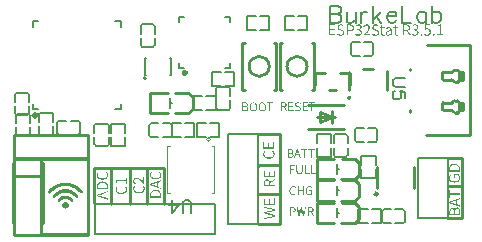
<source format=gto>
G04 Layer: TopSilkscreenLayer*
G04 EasyEDA v6.5.14, 2022-08-24 17:06:53*
G04 77cd11f6e3b44a54979dfea80d6f7020,401f954c81374b6587e5d63e119e93f9,10*
G04 Gerber Generator version 0.2*
G04 Scale: 100 percent, Rotated: No, Reflected: No *
G04 Dimensions in millimeters *
G04 leading zeros omitted , absolute positions ,4 integer and 5 decimal *
%FSLAX45Y45*%
%MOMM*%

%ADD10C,0.1524*%
%ADD11C,0.2540*%
%ADD12C,0.2030*%
%ADD13C,0.1270*%
%ADD14C,0.2000*%
%ADD15C,0.1016*%
%ADD16C,0.1500*%
%ADD17C,0.2030*%
%ADD18C,0.2032*%
%ADD19C,0.3000*%
%ADD20C,0.1000*%
%ADD21C,0.0144*%

%LPD*%
G36*
X-2375255Y-324154D02*
G01*
X-2386533Y-324764D01*
X-2397709Y-325983D01*
X-2410053Y-328269D01*
X-2422448Y-331571D01*
X-2434894Y-335737D01*
X-2447137Y-340766D01*
X-2459126Y-346608D01*
X-2470658Y-353161D01*
X-2481681Y-360324D01*
X-2491994Y-368096D01*
X-2496870Y-372160D01*
X-2505913Y-380644D01*
X-2510078Y-385064D01*
X-2517140Y-393954D01*
X-2520137Y-400913D01*
X-2519222Y-406806D01*
X-2514549Y-412242D01*
X-2512110Y-414070D01*
X-2509621Y-415543D01*
X-2507335Y-416509D01*
X-2505608Y-416864D01*
X-2502865Y-415594D01*
X-2497937Y-412038D01*
X-2491587Y-406755D01*
X-2479243Y-395579D01*
X-2468829Y-386892D01*
X-2458415Y-379323D01*
X-2447848Y-372872D01*
X-2442514Y-369976D01*
X-2431491Y-364998D01*
X-2425852Y-362813D01*
X-2414117Y-359105D01*
X-2401773Y-356209D01*
X-2395270Y-355041D01*
X-2382672Y-353517D01*
X-2376322Y-353110D01*
X-2363724Y-353110D01*
X-2351227Y-354126D01*
X-2338832Y-356108D01*
X-2326640Y-359105D01*
X-2320645Y-360934D01*
X-2308860Y-365302D01*
X-2297328Y-370636D01*
X-2291740Y-373634D01*
X-2280818Y-380339D01*
X-2275535Y-383997D01*
X-2265324Y-392023D01*
X-2255672Y-400862D01*
X-2249932Y-406400D01*
X-2244699Y-411022D01*
X-2240534Y-414375D01*
X-2238044Y-415950D01*
X-2233726Y-416001D01*
X-2229002Y-414070D01*
X-2224786Y-410718D01*
X-2221941Y-406450D01*
X-2220925Y-401218D01*
X-2222703Y-395681D01*
X-2227986Y-388721D01*
X-2237282Y-379222D01*
X-2243429Y-373481D01*
X-2249474Y-368198D01*
X-2255469Y-363321D01*
X-2261463Y-358851D01*
X-2267559Y-354736D01*
X-2273757Y-350875D01*
X-2280208Y-347218D01*
X-2292146Y-341325D01*
X-2302764Y-336905D01*
X-2313584Y-333146D01*
X-2324557Y-330047D01*
X-2335733Y-327558D01*
X-2346960Y-325729D01*
X-2358288Y-324612D01*
X-2369616Y-324154D01*
G37*
G36*
X-2372715Y-378764D02*
G01*
X-2378964Y-378968D01*
X-2385212Y-379526D01*
X-2391765Y-380390D01*
X-2398318Y-381609D01*
X-2404872Y-383235D01*
X-2411323Y-385114D01*
X-2417724Y-387350D01*
X-2424023Y-389940D01*
X-2430221Y-392785D01*
X-2436266Y-395986D01*
X-2442210Y-399440D01*
X-2447950Y-403199D01*
X-2453538Y-407263D01*
X-2458923Y-411581D01*
X-2468575Y-420370D01*
X-2474823Y-427786D01*
X-2477922Y-434238D01*
X-2478074Y-439978D01*
X-2477312Y-442214D01*
X-2476042Y-444500D01*
X-2474417Y-446481D01*
X-2472639Y-448005D01*
X-2467152Y-450545D01*
X-2461666Y-450138D01*
X-2455113Y-446328D01*
X-2441600Y-434543D01*
X-2432354Y-427278D01*
X-2427681Y-424078D01*
X-2423007Y-421233D01*
X-2418232Y-418642D01*
X-2408529Y-414426D01*
X-2403500Y-412699D01*
X-2393188Y-410159D01*
X-2387803Y-409295D01*
X-2376576Y-408381D01*
X-2364689Y-408432D01*
X-2357526Y-408990D01*
X-2350668Y-409803D01*
X-2344115Y-411022D01*
X-2337866Y-412597D01*
X-2331821Y-414578D01*
X-2325979Y-416966D01*
X-2320290Y-419760D01*
X-2314702Y-423011D01*
X-2309215Y-426720D01*
X-2303780Y-430885D01*
X-2298293Y-435559D01*
X-2292858Y-440740D01*
X-2285187Y-447395D01*
X-2278938Y-450545D01*
X-2273350Y-450392D01*
X-2267610Y-447090D01*
X-2263394Y-442061D01*
X-2262682Y-436168D01*
X-2265629Y-429259D01*
X-2272182Y-421132D01*
X-2276602Y-416661D01*
X-2286000Y-408432D01*
X-2290978Y-404672D01*
X-2296109Y-401167D01*
X-2306828Y-394817D01*
X-2312416Y-392023D01*
X-2318105Y-389483D01*
X-2323896Y-387197D01*
X-2335733Y-383438D01*
X-2341778Y-381965D01*
X-2347874Y-380746D01*
X-2354021Y-379831D01*
X-2360218Y-379171D01*
X-2366467Y-378815D01*
G37*
G36*
X-2370023Y-433273D02*
G01*
X-2375408Y-433324D01*
X-2380792Y-433781D01*
X-2386076Y-434593D01*
X-2391257Y-435762D01*
X-2396236Y-437286D01*
X-2401112Y-439115D01*
X-2405837Y-441248D01*
X-2410409Y-443738D01*
X-2414879Y-446481D01*
X-2419197Y-449529D01*
X-2423363Y-452831D01*
X-2427325Y-456488D01*
X-2431745Y-461060D01*
X-2434437Y-464566D01*
X-2435758Y-467817D01*
X-2436114Y-471373D01*
X-2434996Y-476961D01*
X-2431999Y-481838D01*
X-2427732Y-485241D01*
X-2422855Y-486511D01*
X-2420315Y-485952D01*
X-2417064Y-484327D01*
X-2413254Y-481736D01*
X-2404160Y-474167D01*
X-2399588Y-470763D01*
X-2395118Y-468071D01*
X-2390597Y-465937D01*
X-2385974Y-464413D01*
X-2381097Y-463346D01*
X-2375814Y-462737D01*
X-2370023Y-462534D01*
X-2364536Y-462737D01*
X-2359456Y-463346D01*
X-2354732Y-464362D01*
X-2350262Y-465835D01*
X-2345994Y-467766D01*
X-2341930Y-470204D01*
X-2337917Y-473151D01*
X-2326284Y-483209D01*
X-2320086Y-486105D01*
X-2314651Y-485393D01*
X-2309164Y-481279D01*
X-2305100Y-475996D01*
X-2304186Y-470763D01*
X-2306421Y-465023D01*
X-2312009Y-458114D01*
X-2315768Y-454406D01*
X-2319832Y-450951D01*
X-2324100Y-447801D01*
X-2328621Y-444906D01*
X-2333396Y-442366D01*
X-2338273Y-440080D01*
X-2343353Y-438099D01*
X-2348534Y-436473D01*
X-2353818Y-435152D01*
X-2359202Y-434187D01*
X-2364587Y-433527D01*
G37*
G36*
X-2369718Y-487680D02*
G01*
X-2373579Y-487832D01*
X-2379573Y-489864D01*
X-2384755Y-492455D01*
X-2389174Y-495604D01*
X-2392781Y-499313D01*
X-2395524Y-503428D01*
X-2397353Y-507949D01*
X-2398217Y-512876D01*
X-2398115Y-518058D01*
X-2396490Y-525119D01*
X-2393492Y-531164D01*
X-2389327Y-536092D01*
X-2384196Y-539851D01*
X-2378354Y-542239D01*
X-2371953Y-543153D01*
X-2365248Y-542493D01*
X-2358491Y-540105D01*
X-2354224Y-537514D01*
X-2350617Y-534263D01*
X-2347722Y-530504D01*
X-2345537Y-526288D01*
X-2344064Y-521817D01*
X-2343302Y-517194D01*
X-2343302Y-512521D01*
X-2344064Y-507898D01*
X-2345588Y-503529D01*
X-2347823Y-499414D01*
X-2350871Y-495757D01*
X-2354732Y-492709D01*
X-2359304Y-490372D01*
X-2364638Y-488594D01*
G37*
G36*
X-489915Y-39268D02*
G01*
X-489915Y-46126D01*
X-469595Y-46126D01*
X-461670Y-46786D01*
X-455980Y-48920D01*
X-452475Y-52781D01*
X-451307Y-58572D01*
X-452323Y-63906D01*
X-455625Y-67868D01*
X-461467Y-70408D01*
X-470103Y-71272D01*
X-481533Y-71272D01*
X-481533Y-46126D01*
X-489915Y-46126D01*
X-489915Y-77622D01*
X-468071Y-77622D01*
X-459079Y-78486D01*
X-452475Y-81076D01*
X-448360Y-85445D01*
X-446989Y-91592D01*
X-448411Y-98501D01*
X-452577Y-103327D01*
X-459181Y-106172D01*
X-468071Y-107086D01*
X-481533Y-107086D01*
X-481533Y-77622D01*
X-489915Y-77622D01*
X-489915Y-113690D01*
X-466801Y-113690D01*
X-460756Y-113385D01*
X-455320Y-112369D01*
X-450494Y-110693D01*
X-446379Y-108305D01*
X-443077Y-105257D01*
X-440639Y-101498D01*
X-439115Y-97028D01*
X-438607Y-91846D01*
X-439724Y-85039D01*
X-442925Y-79806D01*
X-447801Y-76149D01*
X-454101Y-74066D01*
X-454101Y-73558D01*
X-449326Y-71120D01*
X-445820Y-67462D01*
X-443636Y-62839D01*
X-442925Y-57556D01*
X-443382Y-53035D01*
X-444754Y-49225D01*
X-446989Y-46075D01*
X-449986Y-43586D01*
X-453694Y-41656D01*
X-458012Y-40335D01*
X-462940Y-39522D01*
X-468325Y-39268D01*
G37*
G36*
X-408127Y-39268D02*
G01*
X-423297Y-83718D01*
X-415493Y-83718D01*
X-409498Y-65328D01*
X-403809Y-46380D01*
X-403555Y-46380D01*
X-399796Y-59080D01*
X-391871Y-83718D01*
X-423297Y-83718D01*
X-433527Y-113690D01*
X-425145Y-113690D01*
X-417525Y-90322D01*
X-389839Y-90322D01*
X-382473Y-113690D01*
X-373329Y-113690D01*
X-398983Y-39268D01*
G37*
G36*
X-375615Y-39268D02*
G01*
X-375615Y-46380D01*
X-353009Y-46380D01*
X-353009Y-113690D01*
X-344373Y-113690D01*
X-344373Y-46380D01*
X-321767Y-46380D01*
X-321767Y-39268D01*
G37*
G36*
X-315417Y-39268D02*
G01*
X-315417Y-46380D01*
X-292557Y-46380D01*
X-292557Y-113690D01*
X-284175Y-113690D01*
X-284175Y-46380D01*
X-261315Y-46380D01*
X-261315Y-39268D01*
G37*
G36*
X-1572361Y-227685D02*
G01*
X-1578965Y-233527D01*
X-1574393Y-238252D01*
X-1571040Y-243433D01*
X-1569008Y-249174D01*
X-1568297Y-255625D01*
X-1569008Y-262128D01*
X-1571040Y-267970D01*
X-1574393Y-273050D01*
X-1578914Y-277317D01*
X-1584553Y-280720D01*
X-1591259Y-283260D01*
X-1598879Y-284784D01*
X-1607413Y-285343D01*
X-1615948Y-284784D01*
X-1623517Y-283159D01*
X-1630121Y-280568D01*
X-1635658Y-277063D01*
X-1640128Y-272694D01*
X-1643329Y-267512D01*
X-1645361Y-261670D01*
X-1646021Y-255117D01*
X-1645412Y-249326D01*
X-1643583Y-244195D01*
X-1640789Y-239725D01*
X-1637131Y-235813D01*
X-1643989Y-229971D01*
X-1648256Y-234543D01*
X-1651914Y-240385D01*
X-1654454Y-247294D01*
X-1655419Y-255371D01*
X-1655064Y-261061D01*
X-1653946Y-266496D01*
X-1652117Y-271576D01*
X-1649577Y-276250D01*
X-1646377Y-280568D01*
X-1642516Y-284429D01*
X-1638046Y-287782D01*
X-1633016Y-290626D01*
X-1627327Y-292912D01*
X-1621129Y-294589D01*
X-1614424Y-295656D01*
X-1607159Y-296011D01*
X-1599946Y-295656D01*
X-1593189Y-294640D01*
X-1587042Y-292963D01*
X-1581404Y-290728D01*
X-1576374Y-287934D01*
X-1571904Y-284632D01*
X-1568094Y-280822D01*
X-1564944Y-276606D01*
X-1562455Y-271983D01*
X-1560626Y-267004D01*
X-1559509Y-261721D01*
X-1559153Y-256133D01*
X-1560068Y-247548D01*
X-1562608Y-240080D01*
X-1566773Y-233527D01*
G37*
G36*
X-1560677Y-302615D02*
G01*
X-1653641Y-334619D01*
X-1653641Y-340715D01*
X-1645005Y-340715D01*
X-1645005Y-340207D01*
X-1629054Y-335534D01*
X-1598269Y-325729D01*
X-1598269Y-355193D01*
X-1621282Y-347776D01*
X-1636826Y-343001D01*
X-1645005Y-340715D01*
X-1653641Y-340715D01*
X-1653641Y-346049D01*
X-1560677Y-377799D01*
X-1560677Y-367385D01*
X-1590141Y-357733D01*
X-1590141Y-323189D01*
X-1560677Y-313791D01*
G37*
G36*
X-1607667Y-384657D02*
G01*
X-1614728Y-384962D01*
X-1621231Y-385876D01*
X-1627174Y-387400D01*
X-1632559Y-389534D01*
X-1637385Y-392277D01*
X-1641602Y-395579D01*
X-1645208Y-399542D01*
X-1648206Y-404063D01*
X-1650593Y-409194D01*
X-1652270Y-414883D01*
X-1653286Y-421182D01*
X-1653641Y-428091D01*
X-1653641Y-440283D01*
X-1645005Y-440283D01*
X-1645005Y-428853D01*
X-1644751Y-423418D01*
X-1643888Y-418490D01*
X-1642516Y-414070D01*
X-1640586Y-410108D01*
X-1638147Y-406603D01*
X-1635201Y-403606D01*
X-1631746Y-401066D01*
X-1627835Y-398983D01*
X-1623466Y-397357D01*
X-1618640Y-396240D01*
X-1613357Y-395528D01*
X-1607667Y-395325D01*
X-1601927Y-395528D01*
X-1596542Y-396240D01*
X-1591614Y-397357D01*
X-1587093Y-398983D01*
X-1583080Y-401066D01*
X-1579524Y-403606D01*
X-1576476Y-406603D01*
X-1573936Y-410108D01*
X-1571955Y-414070D01*
X-1570482Y-418490D01*
X-1569618Y-423418D01*
X-1569313Y-428853D01*
X-1569313Y-440283D01*
X-1653641Y-440283D01*
X-1653641Y-450951D01*
X-1560677Y-450951D01*
X-1560677Y-427583D01*
X-1561033Y-420776D01*
X-1562150Y-414578D01*
X-1563928Y-408940D01*
X-1566367Y-403910D01*
X-1569466Y-399440D01*
X-1573225Y-395528D01*
X-1577594Y-392226D01*
X-1582521Y-389483D01*
X-1588008Y-387400D01*
X-1594053Y-385876D01*
X-1600606Y-384962D01*
G37*
G36*
X-1710385Y-277114D02*
G01*
X-1710334Y-307390D01*
X-1709623Y-319024D01*
X-1720138Y-308305D01*
X-1725269Y-303479D01*
X-1735328Y-295148D01*
X-1740306Y-291642D01*
X-1745183Y-288594D01*
X-1750060Y-286105D01*
X-1754835Y-284073D01*
X-1759610Y-282600D01*
X-1764334Y-281736D01*
X-1769059Y-281432D01*
X-1774952Y-281889D01*
X-1780286Y-283260D01*
X-1784908Y-285496D01*
X-1788820Y-288544D01*
X-1791970Y-292404D01*
X-1794306Y-296976D01*
X-1795729Y-302209D01*
X-1796237Y-308102D01*
X-1795221Y-316179D01*
X-1792427Y-323189D01*
X-1788109Y-329438D01*
X-1782521Y-335280D01*
X-1776679Y-329184D01*
X-1781098Y-324916D01*
X-1784654Y-320141D01*
X-1786991Y-314909D01*
X-1787855Y-309372D01*
X-1786382Y-301447D01*
X-1782318Y-295910D01*
X-1776171Y-292658D01*
X-1768551Y-291592D01*
X-1764487Y-291846D01*
X-1760270Y-292709D01*
X-1755952Y-294132D01*
X-1751431Y-296113D01*
X-1746757Y-298704D01*
X-1741932Y-301904D01*
X-1736852Y-305714D01*
X-1731518Y-310184D01*
X-1726031Y-315264D01*
X-1720240Y-321005D01*
X-1714195Y-327406D01*
X-1707845Y-334518D01*
X-1701495Y-334518D01*
X-1701495Y-277114D01*
G37*
G36*
X-1713179Y-344932D02*
G01*
X-1719783Y-350774D01*
X-1715211Y-355498D01*
X-1711858Y-360680D01*
X-1709826Y-366420D01*
X-1709115Y-372872D01*
X-1709826Y-379374D01*
X-1711858Y-385216D01*
X-1715211Y-390296D01*
X-1719732Y-394563D01*
X-1725371Y-398018D01*
X-1732025Y-400507D01*
X-1739696Y-402031D01*
X-1748231Y-402590D01*
X-1756765Y-402031D01*
X-1764334Y-400405D01*
X-1770938Y-397814D01*
X-1776475Y-394309D01*
X-1780895Y-389940D01*
X-1784146Y-384810D01*
X-1786178Y-378917D01*
X-1786839Y-372364D01*
X-1786178Y-366572D01*
X-1784400Y-361442D01*
X-1781606Y-356971D01*
X-1777949Y-353060D01*
X-1784807Y-347218D01*
X-1789074Y-351840D01*
X-1792732Y-357632D01*
X-1795272Y-364540D01*
X-1796237Y-372618D01*
X-1795881Y-378307D01*
X-1794764Y-383743D01*
X-1792884Y-388823D01*
X-1790395Y-393547D01*
X-1787194Y-397814D01*
X-1783334Y-401675D01*
X-1778863Y-405079D01*
X-1773783Y-407924D01*
X-1768144Y-410159D01*
X-1761947Y-411835D01*
X-1755241Y-412902D01*
X-1747977Y-413258D01*
X-1740712Y-412902D01*
X-1734007Y-411886D01*
X-1727809Y-410209D01*
X-1722221Y-407974D01*
X-1717192Y-405180D01*
X-1712722Y-401878D01*
X-1708912Y-398068D01*
X-1705762Y-393852D01*
X-1703273Y-389229D01*
X-1701444Y-384251D01*
X-1700326Y-378968D01*
X-1699971Y-373380D01*
X-1700834Y-364794D01*
X-1703425Y-357327D01*
X-1707591Y-350774D01*
G37*
G36*
X-1860194Y-285242D02*
G01*
X-1860194Y-304038D01*
X-1944522Y-304038D01*
X-1944522Y-311912D01*
X-1942592Y-315772D01*
X-1940864Y-320192D01*
X-1939442Y-325120D01*
X-1938172Y-330708D01*
X-1931568Y-330708D01*
X-1931568Y-314452D01*
X-1860194Y-314452D01*
X-1860194Y-335280D01*
X-1851558Y-335280D01*
X-1851558Y-285242D01*
G37*
G36*
X-1863242Y-351282D02*
G01*
X-1869846Y-357124D01*
X-1865274Y-361899D01*
X-1861972Y-367030D01*
X-1859889Y-372668D01*
X-1859178Y-378968D01*
X-1859889Y-385521D01*
X-1861921Y-391363D01*
X-1865274Y-396443D01*
X-1869795Y-400710D01*
X-1875434Y-404114D01*
X-1882139Y-406654D01*
X-1889760Y-408178D01*
X-1898294Y-408686D01*
X-1906828Y-408178D01*
X-1914398Y-406552D01*
X-1921002Y-403961D01*
X-1926539Y-400456D01*
X-1931009Y-396138D01*
X-1934260Y-391007D01*
X-1936242Y-385216D01*
X-1936902Y-378714D01*
X-1936292Y-372973D01*
X-1934464Y-367842D01*
X-1931670Y-363321D01*
X-1928012Y-359410D01*
X-1934870Y-353568D01*
X-1939137Y-358190D01*
X-1942795Y-363982D01*
X-1945335Y-370840D01*
X-1946300Y-378714D01*
X-1945944Y-384505D01*
X-1944827Y-389940D01*
X-1942998Y-395071D01*
X-1940458Y-399846D01*
X-1937257Y-404164D01*
X-1933397Y-408025D01*
X-1928977Y-411429D01*
X-1923897Y-414274D01*
X-1918258Y-416559D01*
X-1912010Y-418236D01*
X-1905304Y-419252D01*
X-1898040Y-419608D01*
X-1890826Y-419252D01*
X-1884070Y-418236D01*
X-1877923Y-416610D01*
X-1872284Y-414375D01*
X-1867255Y-411530D01*
X-1862785Y-408228D01*
X-1858975Y-404418D01*
X-1855825Y-400151D01*
X-1853336Y-395528D01*
X-1851507Y-390499D01*
X-1850440Y-385114D01*
X-1850034Y-379476D01*
X-1850948Y-371043D01*
X-1853488Y-363575D01*
X-1857654Y-357022D01*
G37*
G36*
X-2022398Y-230479D02*
G01*
X-2029002Y-236321D01*
X-2024430Y-241046D01*
X-2021078Y-246227D01*
X-2018995Y-251967D01*
X-2018334Y-258419D01*
X-2018995Y-264922D01*
X-2021078Y-270764D01*
X-2024380Y-275844D01*
X-2028901Y-280111D01*
X-2034539Y-283514D01*
X-2041245Y-286054D01*
X-2048916Y-287578D01*
X-2057450Y-288137D01*
X-2065934Y-287578D01*
X-2073554Y-285953D01*
X-2080158Y-283362D01*
X-2085695Y-279857D01*
X-2090115Y-275488D01*
X-2093366Y-270306D01*
X-2095347Y-264464D01*
X-2096058Y-257911D01*
X-2095398Y-252120D01*
X-2093569Y-246989D01*
X-2090775Y-242519D01*
X-2087168Y-238607D01*
X-2094026Y-232765D01*
X-2098243Y-237337D01*
X-2101900Y-243179D01*
X-2104491Y-250088D01*
X-2105456Y-258165D01*
X-2105050Y-263855D01*
X-2103932Y-269290D01*
X-2102104Y-274370D01*
X-2099564Y-279044D01*
X-2096414Y-283362D01*
X-2092553Y-287223D01*
X-2088083Y-290576D01*
X-2083003Y-293420D01*
X-2077364Y-295706D01*
X-2071166Y-297383D01*
X-2064410Y-298450D01*
X-2057196Y-298805D01*
X-2049932Y-298450D01*
X-2043226Y-297434D01*
X-2037029Y-295757D01*
X-2031390Y-293522D01*
X-2026361Y-290728D01*
X-2021941Y-287426D01*
X-2018131Y-283616D01*
X-2014931Y-279400D01*
X-2012442Y-274777D01*
X-2010664Y-269798D01*
X-2009546Y-264515D01*
X-2009190Y-258927D01*
X-2010054Y-250342D01*
X-2012645Y-242874D01*
X-2016760Y-236321D01*
G37*
G36*
X-2057704Y-313791D02*
G01*
X-2064715Y-314096D01*
X-2071217Y-315010D01*
X-2077212Y-316534D01*
X-2082596Y-318719D01*
X-2087422Y-321462D01*
X-2091639Y-324815D01*
X-2095246Y-328777D01*
X-2098243Y-333298D01*
X-2100580Y-338429D01*
X-2102256Y-344119D01*
X-2103323Y-350367D01*
X-2103678Y-357225D01*
X-2103678Y-369671D01*
X-2095042Y-369671D01*
X-2095042Y-358241D01*
X-2094738Y-352806D01*
X-2093874Y-347878D01*
X-2092502Y-343458D01*
X-2090572Y-339496D01*
X-2088134Y-335991D01*
X-2085187Y-332994D01*
X-2081784Y-330454D01*
X-2077872Y-328371D01*
X-2073503Y-326745D01*
X-2068677Y-325628D01*
X-2063394Y-324916D01*
X-2057704Y-324713D01*
X-2051913Y-324916D01*
X-2046528Y-325628D01*
X-2041601Y-326745D01*
X-2037130Y-328371D01*
X-2033117Y-330454D01*
X-2029561Y-332994D01*
X-2026513Y-335991D01*
X-2023973Y-339496D01*
X-2021941Y-343458D01*
X-2020519Y-347878D01*
X-2019604Y-352806D01*
X-2019350Y-358241D01*
X-2019350Y-369671D01*
X-2103678Y-369671D01*
X-2103678Y-380085D01*
X-2010714Y-380085D01*
X-2010714Y-356971D01*
X-2011070Y-350164D01*
X-2012137Y-343966D01*
X-2013915Y-338328D01*
X-2016404Y-333248D01*
X-2019503Y-328726D01*
X-2023211Y-324764D01*
X-2027580Y-321462D01*
X-2032507Y-318719D01*
X-2037994Y-316534D01*
X-2044039Y-315010D01*
X-2050643Y-314096D01*
G37*
G36*
X-2010714Y-393547D02*
G01*
X-2103678Y-425551D01*
X-2103678Y-431647D01*
X-2095042Y-431647D01*
X-2095042Y-431139D01*
X-2079091Y-426466D01*
X-2048306Y-416661D01*
X-2048306Y-446125D01*
X-2071268Y-438708D01*
X-2086864Y-433933D01*
X-2095042Y-431647D01*
X-2103678Y-431647D01*
X-2103678Y-436981D01*
X-2010714Y-468731D01*
X-2010714Y-458317D01*
X-2040178Y-448665D01*
X-2040178Y-414121D01*
X-2010714Y-404723D01*
G37*
G36*
X922223Y-164541D02*
G01*
X915162Y-164846D01*
X908659Y-165760D01*
X902665Y-167284D01*
X897280Y-169418D01*
X892403Y-172161D01*
X888136Y-175463D01*
X884529Y-179425D01*
X881481Y-183946D01*
X879094Y-189077D01*
X877417Y-194767D01*
X876350Y-201066D01*
X875995Y-207975D01*
X875995Y-220167D01*
X884631Y-220167D01*
X884631Y-208737D01*
X884936Y-203301D01*
X885748Y-198374D01*
X887171Y-193954D01*
X889050Y-189992D01*
X891540Y-186486D01*
X894486Y-183489D01*
X897940Y-180949D01*
X901852Y-178866D01*
X906271Y-177241D01*
X911148Y-176123D01*
X916482Y-175412D01*
X922223Y-175209D01*
X927912Y-175412D01*
X933246Y-176123D01*
X938123Y-177241D01*
X942594Y-178866D01*
X946607Y-180949D01*
X950112Y-183489D01*
X953160Y-186486D01*
X955700Y-189992D01*
X957681Y-193954D01*
X959154Y-198374D01*
X960018Y-203301D01*
X960323Y-208737D01*
X960323Y-220167D01*
X875995Y-220167D01*
X875995Y-230835D01*
X968959Y-230835D01*
X968959Y-207467D01*
X968603Y-200660D01*
X967536Y-194462D01*
X965758Y-188823D01*
X963320Y-183794D01*
X960272Y-179324D01*
X956564Y-175412D01*
X952246Y-172110D01*
X947318Y-169367D01*
X941832Y-167284D01*
X935837Y-165760D01*
X929284Y-164846D01*
G37*
G36*
X921461Y-253187D02*
G01*
X921461Y-283159D01*
X930097Y-283159D01*
X930097Y-263093D01*
X955497Y-263093D01*
X958037Y-266446D01*
X959866Y-270713D01*
X960983Y-275488D01*
X961339Y-280619D01*
X960628Y-287782D01*
X958646Y-294132D01*
X955344Y-299567D01*
X950823Y-304088D01*
X945184Y-307644D01*
X938530Y-310235D01*
X930859Y-311810D01*
X922223Y-312369D01*
X913688Y-311759D01*
X906119Y-310083D01*
X899515Y-307390D01*
X893978Y-303733D01*
X889558Y-299110D01*
X886307Y-293725D01*
X884275Y-287528D01*
X883615Y-280619D01*
X884326Y-274015D01*
X886256Y-268528D01*
X889101Y-264007D01*
X892505Y-260299D01*
X885647Y-254457D01*
X881634Y-259029D01*
X878078Y-264871D01*
X875487Y-272135D01*
X874471Y-280873D01*
X874826Y-286867D01*
X875944Y-292506D01*
X877773Y-297840D01*
X880313Y-302717D01*
X883513Y-307187D01*
X887323Y-311150D01*
X891794Y-314655D01*
X896823Y-317550D01*
X902462Y-319887D01*
X908608Y-321614D01*
X915314Y-322681D01*
X922477Y-323037D01*
X929792Y-322681D01*
X936548Y-321665D01*
X942797Y-319989D01*
X948436Y-317703D01*
X953465Y-314858D01*
X957935Y-311454D01*
X961745Y-307543D01*
X964946Y-303174D01*
X967435Y-298348D01*
X969264Y-293166D01*
X970381Y-287528D01*
X970737Y-281635D01*
X969924Y-272796D01*
X967689Y-265023D01*
X964285Y-258419D01*
X960069Y-253187D01*
G37*
G36*
X880059Y-387299D02*
G01*
X880059Y-454863D01*
X888949Y-454863D01*
X888949Y-426415D01*
X973023Y-426415D01*
X973023Y-415747D01*
X888949Y-415747D01*
X888949Y-387299D01*
G37*
G36*
X973023Y-452069D02*
G01*
X880059Y-483819D01*
X880059Y-490169D01*
X888695Y-490169D01*
X888695Y-489661D01*
X904646Y-484936D01*
X935431Y-475183D01*
X935431Y-504393D01*
X912469Y-497128D01*
X888695Y-490169D01*
X880059Y-490169D01*
X880059Y-495503D01*
X973023Y-527253D01*
X973023Y-516585D01*
X943559Y-507187D01*
X943559Y-472389D01*
X973023Y-463245D01*
G37*
G36*
X945845Y-533603D02*
G01*
X937260Y-535025D01*
X930656Y-538988D01*
X926033Y-545084D01*
X923493Y-552907D01*
X922985Y-552907D01*
X919835Y-546963D01*
X915212Y-542594D01*
X909370Y-539902D01*
X902665Y-538937D01*
X897077Y-539546D01*
X892403Y-541274D01*
X888492Y-544017D01*
X885342Y-547776D01*
X883005Y-552399D01*
X881329Y-557784D01*
X880364Y-563930D01*
X880059Y-570687D01*
X880059Y-587197D01*
X888441Y-587197D01*
X888441Y-572211D01*
X889253Y-562305D01*
X891895Y-555193D01*
X896670Y-550824D01*
X903935Y-549351D01*
X910590Y-550672D01*
X915669Y-554888D01*
X918819Y-562203D01*
X919937Y-572973D01*
X919937Y-587197D01*
X928065Y-587197D01*
X928065Y-570433D01*
X928319Y-564388D01*
X929081Y-559104D01*
X930402Y-554532D01*
X932230Y-550722D01*
X934618Y-547725D01*
X937615Y-545541D01*
X941171Y-544220D01*
X945337Y-543763D01*
X949960Y-544220D01*
X953922Y-545592D01*
X957224Y-547878D01*
X959916Y-550926D01*
X961999Y-554736D01*
X963472Y-559308D01*
X964336Y-564540D01*
X964641Y-570433D01*
X964641Y-587197D01*
X880059Y-587197D01*
X880059Y-597611D01*
X973023Y-597611D01*
X973023Y-568655D01*
X972616Y-561187D01*
X971296Y-554380D01*
X969162Y-548436D01*
X966216Y-543306D01*
X962355Y-539191D01*
X957681Y-536143D01*
X952195Y-534263D01*
G37*
G36*
X-610108Y18440D02*
G01*
X-610108Y-25247D01*
X-645668Y-25247D01*
X-645668Y10312D01*
X-654558Y10312D01*
X-654558Y-25247D01*
X-685292Y-25247D01*
X-685292Y17170D01*
X-694182Y17170D01*
X-694182Y-35915D01*
X-601218Y-35915D01*
X-601218Y18440D01*
G37*
G36*
X-612902Y-53441D02*
G01*
X-619506Y-59283D01*
X-614934Y-64058D01*
X-611581Y-69189D01*
X-609549Y-74930D01*
X-608838Y-81381D01*
X-609549Y-87934D01*
X-611581Y-93776D01*
X-614832Y-98856D01*
X-619353Y-103124D01*
X-624992Y-106527D01*
X-631647Y-109067D01*
X-639368Y-110591D01*
X-647954Y-111099D01*
X-656488Y-110591D01*
X-664057Y-108966D01*
X-670661Y-106375D01*
X-676198Y-102870D01*
X-680669Y-98501D01*
X-683869Y-93319D01*
X-685901Y-87426D01*
X-686562Y-80873D01*
X-685901Y-75133D01*
X-684123Y-70002D01*
X-681329Y-65481D01*
X-677672Y-61569D01*
X-684530Y-55727D01*
X-688746Y-60350D01*
X-692302Y-66141D01*
X-694791Y-73101D01*
X-695706Y-81127D01*
X-695350Y-86868D01*
X-694232Y-92252D01*
X-692404Y-97332D01*
X-689864Y-102057D01*
X-686663Y-106375D01*
X-682853Y-110235D01*
X-678383Y-113588D01*
X-673354Y-116433D01*
X-667766Y-118719D01*
X-661568Y-120396D01*
X-654913Y-121412D01*
X-647700Y-121767D01*
X-640384Y-121412D01*
X-633628Y-120396D01*
X-627430Y-118770D01*
X-621741Y-116535D01*
X-616712Y-113741D01*
X-612241Y-110439D01*
X-608431Y-106629D01*
X-605231Y-102412D01*
X-602742Y-97790D01*
X-600913Y-92811D01*
X-599795Y-87477D01*
X-599440Y-81889D01*
X-600354Y-73355D01*
X-602945Y-65887D01*
X-607161Y-59283D01*
G37*
G36*
X-606145Y-222453D02*
G01*
X-606145Y-266395D01*
X-641705Y-266395D01*
X-641705Y-230581D01*
X-650595Y-230581D01*
X-650595Y-266395D01*
X-681329Y-266395D01*
X-681329Y-223977D01*
X-690219Y-223977D01*
X-690219Y-276809D01*
X-597255Y-276809D01*
X-597255Y-222453D01*
G37*
G36*
X-597255Y-293573D02*
G01*
X-638403Y-317449D01*
X-639724Y-312775D01*
X-641604Y-308610D01*
X-643991Y-304901D01*
X-646988Y-301802D01*
X-650494Y-299262D01*
X-654558Y-297383D01*
X-659130Y-296214D01*
X-664311Y-295859D01*
X-670864Y-296468D01*
X-676402Y-298196D01*
X-680872Y-301040D01*
X-684428Y-304850D01*
X-687019Y-309524D01*
X-688848Y-315010D01*
X-689864Y-321259D01*
X-690219Y-328117D01*
X-690219Y-345897D01*
X-681583Y-345897D01*
X-681583Y-329641D01*
X-680669Y-319684D01*
X-677722Y-312470D01*
X-672338Y-308000D01*
X-664311Y-306527D01*
X-656183Y-308000D01*
X-650494Y-312470D01*
X-647141Y-319684D01*
X-646023Y-329641D01*
X-646023Y-345897D01*
X-690219Y-345897D01*
X-690219Y-356565D01*
X-597255Y-356565D01*
X-597255Y-345897D01*
X-637387Y-345897D01*
X-637387Y-328625D01*
X-597255Y-305257D01*
G37*
G36*
X-603707Y-457758D02*
G01*
X-603707Y-501700D01*
X-639521Y-501700D01*
X-639521Y-465886D01*
X-648411Y-465886D01*
X-648411Y-501700D01*
X-678891Y-501700D01*
X-678891Y-459282D01*
X-687781Y-459282D01*
X-687781Y-512114D01*
X-594817Y-512114D01*
X-594817Y-457758D01*
G37*
G36*
X-687781Y-528624D02*
G01*
X-687781Y-538784D01*
X-635965Y-549198D01*
X-605993Y-554532D01*
X-605993Y-555040D01*
X-635965Y-562152D01*
X-687781Y-575360D01*
X-687781Y-585266D01*
X-635965Y-598220D01*
X-605993Y-605078D01*
X-605993Y-605586D01*
X-635965Y-611174D01*
X-687781Y-621588D01*
X-687781Y-632256D01*
X-594817Y-612190D01*
X-594817Y-599998D01*
X-658063Y-584301D01*
X-673811Y-580694D01*
X-673811Y-580186D01*
X-652729Y-575614D01*
X-594817Y-560882D01*
X-594817Y-548436D01*
G37*
G36*
X-38100Y1016762D02*
G01*
X-44043Y1016304D01*
X-49530Y1014984D01*
X-54406Y1012850D01*
X-58623Y1009954D01*
X-62026Y1006398D01*
X-64617Y1002334D01*
X-66243Y997712D01*
X-66802Y992632D01*
X-65074Y983792D01*
X-60604Y977239D01*
X-54457Y972413D01*
X-47752Y969010D01*
X-28143Y960170D01*
X-23114Y956716D01*
X-19710Y952195D01*
X-18542Y945896D01*
X-19913Y939342D01*
X-23926Y934313D01*
X-30327Y931062D01*
X-38862Y929894D01*
X-46126Y930757D01*
X-53086Y933094D01*
X-59436Y936752D01*
X-65024Y941578D01*
X-71374Y934466D01*
X-64719Y928674D01*
X-57150Y924255D01*
X-48564Y921461D01*
X-39116Y920496D01*
X-32207Y921054D01*
X-26060Y922578D01*
X-20726Y924966D01*
X-16256Y928166D01*
X-12649Y932027D01*
X-10007Y936498D01*
X-8382Y941374D01*
X-7873Y946658D01*
X-9347Y955802D01*
X-13512Y962660D01*
X-19659Y967689D01*
X-27178Y971550D01*
X-40640Y977137D01*
X-46024Y979678D01*
X-51054Y982878D01*
X-54711Y987348D01*
X-56134Y993394D01*
X-54813Y999286D01*
X-51104Y1003757D01*
X-45415Y1006652D01*
X-38100Y1007618D01*
X-31750Y1007008D01*
X-26162Y1005179D01*
X-21082Y1002385D01*
X-16510Y998728D01*
X-11176Y1005586D01*
X-16459Y1010158D01*
X-22809Y1013663D01*
X-30073Y1015949D01*
G37*
G36*
X110235Y1016762D02*
G01*
X102717Y1015949D01*
X96012Y1013714D01*
X90017Y1010361D01*
X84582Y1006094D01*
X90170Y999236D01*
X94437Y1002944D01*
X99110Y1005840D01*
X104241Y1007719D01*
X109728Y1008380D01*
X116585Y1007313D01*
X121666Y1004214D01*
X124917Y999388D01*
X125983Y993140D01*
X125679Y989380D01*
X124612Y985926D01*
X122834Y982776D01*
X120142Y980084D01*
X116585Y977900D01*
X112064Y976274D01*
X106527Y975207D01*
X99822Y974852D01*
X99822Y966469D01*
X107289Y966114D01*
X113537Y965098D01*
X118668Y963472D01*
X122682Y961237D01*
X125679Y958494D01*
X127762Y955243D01*
X128930Y951534D01*
X129285Y947419D01*
X127863Y939901D01*
X123850Y934212D01*
X117754Y930656D01*
X109982Y929386D01*
X102362Y930300D01*
X96113Y932637D01*
X90881Y936040D01*
X86360Y940053D01*
X81026Y933196D01*
X86207Y928573D01*
X92659Y924458D01*
X100634Y921613D01*
X110489Y920496D01*
X116433Y920953D01*
X121920Y922324D01*
X126898Y924509D01*
X131216Y927506D01*
X134772Y931316D01*
X137464Y935837D01*
X139141Y941069D01*
X139700Y946912D01*
X138176Y955751D01*
X133908Y962761D01*
X127609Y967841D01*
X119887Y970787D01*
X119887Y971296D01*
X126695Y974699D01*
X132029Y979576D01*
X135432Y985977D01*
X136652Y993902D01*
X136144Y999083D01*
X134670Y1003604D01*
X132334Y1007516D01*
X129184Y1010767D01*
X125323Y1013358D01*
X120802Y1015237D01*
X115773Y1016406D01*
G37*
G36*
X179070Y1016762D02*
G01*
X171094Y1015796D01*
X164084Y1013104D01*
X157784Y1008837D01*
X151892Y1003300D01*
X157988Y997458D01*
X162306Y1001776D01*
X167081Y1005230D01*
X172364Y1007567D01*
X178054Y1008380D01*
X185826Y1006957D01*
X191312Y1002944D01*
X194564Y996950D01*
X195580Y989330D01*
X195326Y985266D01*
X194462Y981100D01*
X193090Y976731D01*
X191058Y972210D01*
X188468Y967486D01*
X185267Y962558D01*
X181457Y957478D01*
X177038Y952144D01*
X166166Y940765D01*
X159766Y934719D01*
X152654Y928369D01*
X152654Y922274D01*
X210058Y922274D01*
X210058Y931164D01*
X179832Y931113D01*
X168402Y930402D01*
X179019Y940917D01*
X188163Y951077D01*
X192074Y956056D01*
X195580Y960983D01*
X198577Y965860D01*
X201117Y970737D01*
X203098Y975512D01*
X204571Y980338D01*
X205435Y985113D01*
X205740Y989837D01*
X205282Y995680D01*
X203911Y1000912D01*
X201676Y1005535D01*
X198628Y1009396D01*
X194767Y1012545D01*
X190246Y1014882D01*
X184962Y1016304D01*
G37*
G36*
X256032Y1016762D02*
G01*
X250088Y1016304D01*
X244602Y1014984D01*
X239725Y1012850D01*
X235508Y1009954D01*
X232105Y1006398D01*
X229514Y1002334D01*
X227888Y997712D01*
X227329Y992632D01*
X229057Y983792D01*
X233527Y977239D01*
X239572Y972413D01*
X246125Y969010D01*
X259588Y963168D01*
X265988Y960170D01*
X271018Y956716D01*
X274421Y952195D01*
X275590Y945896D01*
X274218Y939342D01*
X270205Y934313D01*
X263804Y931062D01*
X255270Y929894D01*
X248005Y930757D01*
X241046Y933094D01*
X234696Y936752D01*
X229108Y941578D01*
X222758Y934466D01*
X229412Y928674D01*
X236982Y924255D01*
X245567Y921461D01*
X255016Y920496D01*
X261924Y921054D01*
X268071Y922578D01*
X273405Y924966D01*
X277876Y928166D01*
X281482Y932027D01*
X284124Y936498D01*
X285750Y941374D01*
X286258Y946658D01*
X284784Y955802D01*
X280619Y962660D01*
X274472Y967689D01*
X266954Y971550D01*
X253492Y977137D01*
X248107Y979678D01*
X243078Y982878D01*
X239420Y987348D01*
X237998Y993394D01*
X239318Y999286D01*
X243027Y1003757D01*
X248716Y1006652D01*
X256032Y1007618D01*
X262382Y1007008D01*
X267970Y1005179D01*
X273050Y1002385D01*
X277622Y998728D01*
X282956Y1005586D01*
X277672Y1010158D01*
X271322Y1013663D01*
X264058Y1015949D01*
G37*
G36*
X589280Y1016762D02*
G01*
X581761Y1015949D01*
X575056Y1013714D01*
X569061Y1010361D01*
X563626Y1006094D01*
X569214Y999236D01*
X573481Y1002944D01*
X578154Y1005840D01*
X583285Y1007719D01*
X588772Y1008380D01*
X595630Y1007313D01*
X600710Y1004214D01*
X603961Y999388D01*
X605028Y993140D01*
X604723Y989380D01*
X603707Y985926D01*
X601929Y982776D01*
X599287Y980084D01*
X595782Y977900D01*
X591210Y976274D01*
X585622Y975207D01*
X578866Y974852D01*
X578866Y966469D01*
X586333Y966114D01*
X592582Y965098D01*
X597712Y963472D01*
X601726Y961237D01*
X604723Y958494D01*
X606806Y955243D01*
X607974Y951534D01*
X608330Y947419D01*
X606907Y939901D01*
X602894Y934212D01*
X596798Y930656D01*
X589026Y929386D01*
X581406Y930300D01*
X575157Y932637D01*
X569925Y936040D01*
X565404Y940053D01*
X560070Y933196D01*
X565251Y928573D01*
X571703Y924458D01*
X579678Y921613D01*
X589534Y920496D01*
X595477Y920953D01*
X600964Y922324D01*
X605942Y924509D01*
X610260Y927506D01*
X613816Y931316D01*
X616508Y935837D01*
X618185Y941069D01*
X618744Y946912D01*
X617220Y955751D01*
X612952Y962761D01*
X606653Y967841D01*
X598932Y970787D01*
X598932Y971296D01*
X605739Y974699D01*
X611073Y979576D01*
X614476Y985977D01*
X615696Y993902D01*
X615188Y999083D01*
X613714Y1003604D01*
X611378Y1007516D01*
X608228Y1010767D01*
X604367Y1013358D01*
X599846Y1015237D01*
X594817Y1016406D01*
G37*
G36*
X-138684Y1015237D02*
G01*
X-138684Y922274D01*
X-84328Y922274D01*
X-84328Y931164D01*
X-128016Y931164D01*
X-128016Y966978D01*
X-92456Y966978D01*
X-92456Y975868D01*
X-128016Y975868D01*
X-128016Y1006348D01*
X-85598Y1006348D01*
X-85598Y1015237D01*
G37*
G36*
X10668Y1015237D02*
G01*
X10668Y1006602D01*
X35052Y1006602D01*
X41046Y1006398D01*
X46278Y1005738D01*
X50647Y1004519D01*
X54305Y1002690D01*
X57099Y1000252D01*
X59131Y997102D01*
X60299Y993140D01*
X60706Y988314D01*
X60350Y983487D01*
X59131Y979322D01*
X57200Y975918D01*
X54406Y973175D01*
X50850Y971092D01*
X46482Y969670D01*
X41300Y968806D01*
X35306Y968502D01*
X21336Y968502D01*
X21336Y1006602D01*
X10668Y1006602D01*
X10668Y922274D01*
X21336Y922274D01*
X21336Y959866D01*
X37084Y959866D01*
X44399Y960323D01*
X51003Y961593D01*
X56794Y963777D01*
X61722Y966876D01*
X65735Y970838D01*
X68681Y975766D01*
X70510Y981557D01*
X71120Y988314D01*
X70510Y995273D01*
X68681Y1001014D01*
X65684Y1005687D01*
X61671Y1009294D01*
X56641Y1012037D01*
X50698Y1013866D01*
X43891Y1014933D01*
X36322Y1015237D01*
G37*
G36*
X489712Y1015237D02*
G01*
X489712Y1006602D01*
X516382Y1006602D01*
X526389Y1005687D01*
X533704Y1002741D01*
X538226Y997407D01*
X539750Y989330D01*
X538226Y981354D01*
X533704Y975614D01*
X526389Y972210D01*
X516382Y971042D01*
X500126Y971042D01*
X500126Y1006602D01*
X489712Y1006602D01*
X489712Y922274D01*
X500126Y922274D01*
X500126Y962406D01*
X517651Y962406D01*
X540766Y922274D01*
X552704Y922274D01*
X528574Y963421D01*
X533298Y964844D01*
X537565Y966724D01*
X541223Y969162D01*
X544322Y972108D01*
X546862Y975614D01*
X548690Y979627D01*
X549808Y984199D01*
X550164Y989330D01*
X549605Y995934D01*
X547827Y1001420D01*
X545033Y1005941D01*
X541223Y1009446D01*
X536549Y1012088D01*
X531114Y1013866D01*
X524967Y1014933D01*
X518159Y1015237D01*
G37*
G36*
X674370Y1015237D02*
G01*
X671322Y972058D01*
X677164Y968502D01*
X681024Y970889D01*
X684682Y972667D01*
X688543Y973734D01*
X692912Y974090D01*
X701090Y972616D01*
X707339Y968349D01*
X711352Y961440D01*
X712724Y952246D01*
X711149Y942695D01*
X706780Y935482D01*
X700328Y930960D01*
X692404Y929386D01*
X684834Y930249D01*
X678535Y932535D01*
X673404Y935837D01*
X669036Y939800D01*
X663956Y932942D01*
X669086Y928420D01*
X675436Y924458D01*
X683361Y921613D01*
X693166Y920496D01*
X698906Y921054D01*
X704392Y922629D01*
X709472Y925271D01*
X713994Y928878D01*
X717753Y933399D01*
X720648Y938834D01*
X722528Y945134D01*
X723138Y952246D01*
X722579Y959459D01*
X720953Y965606D01*
X718413Y970787D01*
X715010Y974953D01*
X710946Y978153D01*
X706221Y980440D01*
X701040Y981811D01*
X695452Y982218D01*
X691337Y981964D01*
X687679Y981151D01*
X684276Y979881D01*
X680974Y978153D01*
X683514Y1006348D01*
X718820Y1006348D01*
X718820Y1015237D01*
G37*
G36*
X798830Y1015237D02*
G01*
X795020Y1013307D01*
X790702Y1011580D01*
X785723Y1010158D01*
X780034Y1008887D01*
X780034Y1002030D01*
X796544Y1002030D01*
X796544Y930910D01*
X775716Y930910D01*
X775716Y922274D01*
X825753Y922274D01*
X825753Y930910D01*
X806704Y930910D01*
X806704Y1015237D01*
G37*
G36*
X304038Y1010412D02*
G01*
X302768Y990853D01*
X292100Y990346D01*
X292100Y982218D01*
X302514Y982218D01*
X302514Y943102D01*
X302768Y938276D01*
X303479Y933907D01*
X304749Y930046D01*
X306628Y926744D01*
X309219Y924102D01*
X312521Y922172D01*
X316636Y920953D01*
X321564Y920496D01*
X324408Y920750D01*
X333502Y923036D01*
X331470Y930910D01*
X327660Y929640D01*
X323596Y929132D01*
X318465Y930097D01*
X315112Y932738D01*
X313283Y936955D01*
X312674Y942594D01*
X312674Y982218D01*
X331724Y982218D01*
X331724Y990853D01*
X312674Y990853D01*
X312674Y1010412D01*
G37*
G36*
X417068Y1010412D02*
G01*
X415798Y990853D01*
X405130Y990346D01*
X405130Y982218D01*
X415543Y982218D01*
X415543Y943102D01*
X416509Y933907D01*
X419608Y926744D01*
X425450Y922172D01*
X434340Y920496D01*
X437337Y920750D01*
X446532Y923036D01*
X444500Y930910D01*
X440690Y929640D01*
X436626Y929132D01*
X431393Y930097D01*
X428040Y932738D01*
X426262Y936955D01*
X425704Y942594D01*
X425704Y982218D01*
X444754Y982218D01*
X444754Y990853D01*
X425704Y990853D01*
X425704Y1010412D01*
G37*
G36*
X369570Y992632D02*
G01*
X361645Y991768D01*
X354330Y989584D01*
X348030Y986637D01*
X342900Y983487D01*
X347218Y976376D01*
X351434Y979169D01*
X356362Y981608D01*
X361899Y983335D01*
X367792Y983996D01*
X375158Y982421D01*
X379679Y978255D01*
X381914Y972312D01*
X382524Y965453D01*
X372262Y964031D01*
X363474Y962202D01*
X356158Y959866D01*
X350266Y957071D01*
X345795Y953719D01*
X342595Y949807D01*
X340766Y945235D01*
X340170Y940562D01*
X350012Y940562D01*
X350418Y943914D01*
X351739Y946962D01*
X353974Y949655D01*
X357225Y952093D01*
X361645Y954176D01*
X367284Y955954D01*
X374243Y957427D01*
X382524Y958596D01*
X382524Y938530D01*
X377545Y934364D01*
X372719Y931316D01*
X367842Y929487D01*
X362712Y928878D01*
X357835Y929538D01*
X353822Y931570D01*
X351078Y935228D01*
X350012Y940562D01*
X340170Y940562D01*
X340106Y940053D01*
X341630Y931671D01*
X345846Y925525D01*
X352145Y921766D01*
X359918Y920496D01*
X366268Y921308D01*
X372262Y923493D01*
X377850Y926744D01*
X383032Y930656D01*
X383540Y930656D01*
X384302Y922274D01*
X392938Y922274D01*
X392938Y964946D01*
X392633Y970838D01*
X391668Y976172D01*
X389991Y980846D01*
X387553Y984910D01*
X384352Y988161D01*
X380339Y990600D01*
X375412Y992124D01*
G37*
G36*
X643128Y937260D02*
G01*
X640080Y936650D01*
X637590Y934872D01*
X635914Y932230D01*
X635254Y928878D01*
X635914Y925525D01*
X637590Y922883D01*
X640080Y921156D01*
X643128Y920496D01*
X646226Y921156D01*
X648716Y922883D01*
X650392Y925525D01*
X651002Y928878D01*
X650392Y932230D01*
X648716Y934872D01*
X646226Y936650D01*
G37*
G36*
X747014Y937260D02*
G01*
X744118Y936650D01*
X741680Y934872D01*
X740054Y932230D01*
X739394Y928878D01*
X740054Y925525D01*
X741680Y922883D01*
X744118Y921156D01*
X747014Y920496D01*
X750112Y921156D01*
X752602Y922883D01*
X754278Y925525D01*
X754888Y928878D01*
X754278Y932230D01*
X752602Y934872D01*
X750112Y936650D01*
G37*
G36*
X-441706Y-352806D02*
G01*
X-448513Y-353466D01*
X-454710Y-355498D01*
X-460248Y-358749D01*
X-465023Y-363169D01*
X-468884Y-368706D01*
X-471779Y-375310D01*
X-473608Y-382879D01*
X-474218Y-391414D01*
X-473608Y-399897D01*
X-471830Y-407466D01*
X-468985Y-414020D01*
X-465175Y-419557D01*
X-460501Y-423926D01*
X-455015Y-427126D01*
X-448919Y-429107D01*
X-442214Y-429768D01*
X-435406Y-429056D01*
X-429463Y-427024D01*
X-424230Y-423672D01*
X-419608Y-419100D01*
X-424434Y-413766D01*
X-428193Y-417474D01*
X-432257Y-420166D01*
X-436778Y-421843D01*
X-441959Y-422401D01*
X-447141Y-421843D01*
X-451764Y-420217D01*
X-455777Y-417525D01*
X-459181Y-413918D01*
X-461924Y-409397D01*
X-463905Y-404063D01*
X-465175Y-397967D01*
X-465582Y-391160D01*
X-465124Y-384352D01*
X-463905Y-378256D01*
X-461822Y-372973D01*
X-459079Y-368503D01*
X-455625Y-364947D01*
X-451561Y-362356D01*
X-446887Y-360730D01*
X-441706Y-360172D01*
X-437032Y-360680D01*
X-432917Y-362102D01*
X-429310Y-364337D01*
X-426212Y-367284D01*
X-421385Y-361950D01*
X-425094Y-358495D01*
X-429717Y-355549D01*
X-435305Y-353568D01*
G37*
G36*
X-302768Y-352806D02*
G01*
X-307543Y-353110D01*
X-312064Y-354025D01*
X-316280Y-355498D01*
X-320243Y-357530D01*
X-323799Y-360070D01*
X-326999Y-363169D01*
X-329793Y-366725D01*
X-332130Y-370789D01*
X-334010Y-375310D01*
X-335381Y-380288D01*
X-336245Y-385622D01*
X-336550Y-391414D01*
X-335940Y-399897D01*
X-334111Y-407466D01*
X-331216Y-414020D01*
X-327304Y-419557D01*
X-322478Y-423926D01*
X-316839Y-427126D01*
X-310489Y-429107D01*
X-303530Y-429768D01*
X-296367Y-429158D01*
X-290118Y-427380D01*
X-284835Y-424738D01*
X-280670Y-421385D01*
X-280670Y-390398D01*
X-304546Y-390398D01*
X-304546Y-397510D01*
X-288544Y-397510D01*
X-288544Y-417830D01*
X-291236Y-419709D01*
X-294589Y-421182D01*
X-298399Y-422097D01*
X-302514Y-422401D01*
X-308254Y-421843D01*
X-313334Y-420217D01*
X-317703Y-417525D01*
X-321310Y-413918D01*
X-324154Y-409397D01*
X-326237Y-404063D01*
X-327507Y-397967D01*
X-327914Y-391160D01*
X-327456Y-384352D01*
X-326136Y-378256D01*
X-323951Y-372973D01*
X-321005Y-368503D01*
X-317347Y-364947D01*
X-313029Y-362356D01*
X-308051Y-360730D01*
X-302514Y-360172D01*
X-297281Y-360730D01*
X-292963Y-362305D01*
X-289356Y-364540D01*
X-286258Y-367284D01*
X-281686Y-361950D01*
X-285242Y-358597D01*
X-289915Y-355650D01*
X-295757Y-353568D01*
G37*
G36*
X-405638Y-354076D02*
G01*
X-405638Y-428498D01*
X-397002Y-428498D01*
X-397002Y-392938D01*
X-361188Y-392938D01*
X-361188Y-428498D01*
X-352806Y-428498D01*
X-352806Y-354076D01*
X-361188Y-354076D01*
X-361188Y-385572D01*
X-397002Y-385572D01*
X-397002Y-354076D01*
G37*
G36*
X-469900Y-176276D02*
G01*
X-469900Y-250698D01*
X-461518Y-250698D01*
X-461518Y-216662D01*
X-432816Y-216662D01*
X-432816Y-209550D01*
X-461518Y-209550D01*
X-461518Y-183388D01*
X-427735Y-183388D01*
X-427735Y-176276D01*
G37*
G36*
X-414782Y-176276D02*
G01*
X-414782Y-220471D01*
X-414274Y-228600D01*
X-412750Y-235356D01*
X-410311Y-240842D01*
X-407111Y-245059D01*
X-403199Y-248208D01*
X-398729Y-250393D01*
X-393750Y-251561D01*
X-388366Y-251967D01*
X-383082Y-251561D01*
X-378155Y-250393D01*
X-373735Y-248208D01*
X-369874Y-245059D01*
X-366674Y-240842D01*
X-364236Y-235356D01*
X-362712Y-228600D01*
X-362204Y-220471D01*
X-362204Y-176276D01*
X-370078Y-176276D01*
X-370078Y-220725D01*
X-370433Y-227025D01*
X-371551Y-232156D01*
X-373227Y-236321D01*
X-375513Y-239521D01*
X-378206Y-241858D01*
X-381304Y-243433D01*
X-384759Y-244348D01*
X-388366Y-244602D01*
X-395376Y-243433D01*
X-401116Y-239521D01*
X-404977Y-232156D01*
X-406400Y-220725D01*
X-406400Y-176276D01*
G37*
G36*
X-341630Y-176276D02*
G01*
X-341630Y-250698D01*
X-300482Y-250698D01*
X-300482Y-243586D01*
X-333248Y-243586D01*
X-333248Y-176276D01*
G37*
G36*
X-287274Y-176276D02*
G01*
X-287274Y-250698D01*
X-245871Y-250698D01*
X-245871Y-243586D01*
X-278892Y-243586D01*
X-278892Y-176276D01*
G37*
G36*
X-469900Y-531876D02*
G01*
X-469900Y-538734D01*
X-450596Y-538734D01*
X-441604Y-539445D01*
X-435152Y-541934D01*
X-431292Y-546455D01*
X-430022Y-553466D01*
X-431241Y-560628D01*
X-435000Y-565505D01*
X-441248Y-568299D01*
X-450088Y-569214D01*
X-461518Y-569214D01*
X-461518Y-538734D01*
X-469900Y-538734D01*
X-469900Y-606298D01*
X-461518Y-606298D01*
X-461518Y-576326D01*
X-448818Y-576326D01*
X-442976Y-575970D01*
X-437692Y-574954D01*
X-433070Y-573176D01*
X-429158Y-570687D01*
X-425958Y-567486D01*
X-423621Y-563575D01*
X-422148Y-558901D01*
X-421640Y-553466D01*
X-422148Y-547928D01*
X-423621Y-543356D01*
X-425958Y-539597D01*
X-429209Y-536651D01*
X-433222Y-534466D01*
X-437946Y-532993D01*
X-443331Y-532130D01*
X-449326Y-531876D01*
G37*
G36*
X-414020Y-531876D02*
G01*
X-398018Y-606298D01*
X-388112Y-606298D01*
X-375462Y-555752D01*
X-372618Y-543052D01*
X-372110Y-543052D01*
X-368554Y-560070D01*
X-356616Y-606298D01*
X-346710Y-606298D01*
X-330962Y-531876D01*
X-339090Y-531876D01*
X-351790Y-597408D01*
X-352298Y-597408D01*
X-357632Y-573278D01*
X-368300Y-531876D01*
X-376174Y-531876D01*
X-386842Y-573278D01*
X-392176Y-597408D01*
X-392430Y-597408D01*
X-395884Y-579221D01*
X-405384Y-531876D01*
G37*
G36*
X-317754Y-531876D02*
G01*
X-317754Y-538734D01*
X-296418Y-538734D01*
X-288340Y-539445D01*
X-282448Y-541782D01*
X-278841Y-545998D01*
X-277622Y-552450D01*
X-278841Y-559054D01*
X-282448Y-563626D01*
X-288340Y-566318D01*
X-296418Y-567182D01*
X-309372Y-567182D01*
X-309372Y-538734D01*
X-317754Y-538734D01*
X-317754Y-606298D01*
X-309372Y-606298D01*
X-309372Y-574294D01*
X-295402Y-574294D01*
X-276860Y-606298D01*
X-267462Y-606298D01*
X-286512Y-573278D01*
X-279400Y-570687D01*
X-273964Y-566369D01*
X-270459Y-560324D01*
X-269240Y-552450D01*
X-269748Y-547166D01*
X-271119Y-542798D01*
X-273405Y-539242D01*
X-276453Y-536448D01*
X-280212Y-534365D01*
X-284581Y-532942D01*
X-289509Y-532130D01*
X-294894Y-531876D01*
G37*
G36*
X-402082Y358394D02*
G01*
X-411226Y356971D01*
X-418439Y352958D01*
X-423214Y346811D01*
X-424942Y339090D01*
X-423570Y331927D01*
X-419963Y326593D01*
X-415086Y322783D01*
X-409701Y320040D01*
X-394055Y312928D01*
X-390042Y310286D01*
X-387299Y306628D01*
X-386334Y301498D01*
X-387451Y296316D01*
X-390652Y292303D01*
X-395782Y289712D01*
X-402590Y288798D01*
X-408533Y289458D01*
X-414070Y291287D01*
X-419049Y294284D01*
X-423418Y298196D01*
X-428498Y292354D01*
X-423265Y287883D01*
X-417169Y284429D01*
X-410362Y282194D01*
X-402844Y281432D01*
X-397306Y281838D01*
X-392379Y283057D01*
X-388061Y284937D01*
X-384454Y287477D01*
X-381558Y290525D01*
X-379425Y294081D01*
X-378155Y297992D01*
X-377698Y302260D01*
X-378917Y309422D01*
X-382320Y314807D01*
X-387248Y318922D01*
X-393192Y322072D01*
X-404114Y326644D01*
X-408381Y328676D01*
X-412292Y331216D01*
X-415188Y334721D01*
X-416306Y339598D01*
X-415290Y344373D01*
X-412445Y347980D01*
X-407924Y350266D01*
X-402082Y351028D01*
X-397002Y350520D01*
X-392480Y349097D01*
X-388416Y346862D01*
X-384810Y343916D01*
X-380238Y349250D01*
X-384505Y352907D01*
X-389636Y355803D01*
X-395528Y357733D01*
G37*
G36*
X-546100Y357124D02*
G01*
X-546100Y350266D01*
X-524764Y350266D01*
X-516839Y349554D01*
X-510997Y347218D01*
X-507441Y343001D01*
X-506222Y336550D01*
X-507441Y329946D01*
X-510997Y325374D01*
X-516839Y322681D01*
X-524764Y321818D01*
X-537718Y321818D01*
X-537718Y350266D01*
X-546100Y350266D01*
X-546100Y282702D01*
X-537718Y282702D01*
X-537718Y314706D01*
X-523748Y314706D01*
X-505206Y282702D01*
X-495808Y282702D01*
X-514858Y315722D01*
X-507746Y318312D01*
X-502310Y322630D01*
X-498805Y328676D01*
X-497585Y336550D01*
X-498093Y341833D01*
X-499516Y346202D01*
X-501751Y349758D01*
X-504799Y352552D01*
X-508609Y354634D01*
X-513029Y356057D01*
X-518007Y356870D01*
X-523493Y357124D01*
G37*
G36*
X-482346Y357124D02*
G01*
X-482346Y282702D01*
X-438912Y282702D01*
X-438912Y289814D01*
X-473964Y289814D01*
X-473964Y318262D01*
X-445516Y318262D01*
X-445516Y325374D01*
X-473964Y325374D01*
X-473964Y350012D01*
X-440182Y350012D01*
X-440182Y357124D01*
G37*
G36*
X-362966Y357124D02*
G01*
X-362966Y282702D01*
X-319532Y282702D01*
X-319532Y289814D01*
X-354584Y289814D01*
X-354584Y318262D01*
X-325882Y318262D01*
X-325882Y325374D01*
X-354584Y325374D01*
X-354584Y350012D01*
X-320548Y350012D01*
X-320548Y357124D01*
G37*
G36*
X-310642Y357124D02*
G01*
X-310642Y350012D01*
X-288036Y350012D01*
X-288036Y282702D01*
X-279654Y282702D01*
X-279654Y350012D01*
X-256794Y350012D01*
X-256794Y357124D01*
G37*
G36*
X-779170Y356006D02*
G01*
X-785774Y355346D01*
X-791819Y353364D01*
X-797204Y350164D01*
X-801776Y345795D01*
X-805535Y340309D01*
X-808329Y333806D01*
X-810056Y326339D01*
X-810666Y317906D01*
X-802030Y317906D01*
X-801624Y324612D01*
X-800404Y330606D01*
X-798423Y335889D01*
X-795731Y340309D01*
X-792429Y343865D01*
X-788517Y346456D01*
X-784098Y348081D01*
X-779170Y348640D01*
X-774242Y348081D01*
X-769823Y346456D01*
X-765911Y343865D01*
X-762609Y340309D01*
X-759917Y335889D01*
X-757986Y330606D01*
X-756716Y324612D01*
X-756310Y317906D01*
X-756716Y310997D01*
X-757986Y304850D01*
X-759917Y299466D01*
X-762609Y294894D01*
X-765911Y291287D01*
X-769823Y288594D01*
X-774242Y286969D01*
X-779170Y286410D01*
X-784098Y286969D01*
X-788517Y288594D01*
X-792429Y291287D01*
X-795731Y294894D01*
X-798423Y299466D01*
X-800404Y304850D01*
X-801624Y310997D01*
X-802030Y317906D01*
X-810666Y317906D01*
X-810056Y309372D01*
X-808329Y301752D01*
X-805535Y295097D01*
X-801776Y289509D01*
X-797204Y285038D01*
X-791819Y281736D01*
X-785774Y279704D01*
X-779170Y279044D01*
X-772515Y279704D01*
X-766419Y281736D01*
X-761085Y285038D01*
X-756462Y289509D01*
X-752754Y295097D01*
X-750011Y301752D01*
X-748284Y309372D01*
X-747674Y317906D01*
X-748284Y326339D01*
X-750011Y333806D01*
X-752754Y340309D01*
X-756462Y345795D01*
X-761085Y350164D01*
X-766419Y353364D01*
X-772515Y355346D01*
G37*
G36*
X-704240Y356006D02*
G01*
X-710946Y355346D01*
X-716991Y353364D01*
X-722376Y350164D01*
X-726948Y345795D01*
X-730656Y340309D01*
X-733450Y333806D01*
X-735177Y326339D01*
X-735736Y317906D01*
X-727100Y317906D01*
X-726694Y324612D01*
X-725474Y330606D01*
X-723493Y335889D01*
X-720801Y340309D01*
X-717499Y343865D01*
X-713587Y346456D01*
X-709168Y348081D01*
X-704240Y348640D01*
X-699312Y348081D01*
X-694893Y346456D01*
X-690981Y343865D01*
X-687679Y340309D01*
X-684987Y335889D01*
X-683056Y330606D01*
X-681786Y324612D01*
X-681380Y317906D01*
X-681786Y310997D01*
X-683056Y304850D01*
X-684987Y299466D01*
X-687679Y294894D01*
X-690981Y291287D01*
X-694893Y288594D01*
X-699312Y286969D01*
X-704240Y286410D01*
X-709168Y286969D01*
X-713587Y288594D01*
X-717499Y291287D01*
X-720801Y294894D01*
X-723493Y299466D01*
X-725474Y304850D01*
X-726694Y310997D01*
X-727100Y317906D01*
X-735736Y317906D01*
X-735177Y309372D01*
X-733450Y301752D01*
X-730656Y295097D01*
X-726948Y289509D01*
X-722376Y285038D01*
X-716991Y281736D01*
X-710946Y279704D01*
X-704240Y279044D01*
X-697585Y279704D01*
X-691489Y281736D01*
X-686155Y285038D01*
X-681532Y289509D01*
X-677824Y295097D01*
X-675081Y301752D01*
X-673354Y309372D01*
X-672744Y317906D01*
X-673354Y326339D01*
X-675081Y333806D01*
X-677824Y340309D01*
X-681532Y345795D01*
X-686155Y350164D01*
X-691489Y353364D01*
X-697585Y355346D01*
G37*
G36*
X-872388Y354736D02*
G01*
X-872388Y347878D01*
X-852068Y347878D01*
X-844194Y347218D01*
X-838453Y345084D01*
X-834948Y341223D01*
X-833780Y335432D01*
X-834847Y330098D01*
X-838149Y326136D01*
X-843991Y323596D01*
X-852576Y322732D01*
X-864006Y322732D01*
X-864006Y347878D01*
X-872388Y347878D01*
X-872388Y316382D01*
X-850544Y316382D01*
X-841603Y315518D01*
X-834948Y312928D01*
X-830884Y308559D01*
X-829462Y302412D01*
X-830884Y295503D01*
X-835050Y290677D01*
X-841705Y287832D01*
X-850544Y286918D01*
X-864006Y286918D01*
X-864006Y316382D01*
X-872388Y316382D01*
X-872388Y280314D01*
X-849274Y280314D01*
X-843280Y280619D01*
X-837793Y281635D01*
X-833018Y283311D01*
X-828903Y285699D01*
X-825601Y288747D01*
X-823163Y292506D01*
X-821639Y296976D01*
X-821080Y302158D01*
X-822248Y308965D01*
X-825398Y314198D01*
X-830326Y317804D01*
X-836574Y319938D01*
X-836574Y320446D01*
X-831850Y322884D01*
X-828344Y326542D01*
X-826160Y331165D01*
X-825398Y336448D01*
X-825906Y340918D01*
X-827278Y344779D01*
X-829513Y347929D01*
X-832510Y350418D01*
X-836168Y352348D01*
X-840536Y353669D01*
X-845413Y354482D01*
X-850798Y354736D01*
G37*
G36*
X-666140Y354736D02*
G01*
X-666140Y347624D01*
X-643534Y347624D01*
X-643534Y280314D01*
X-634898Y280314D01*
X-634898Y347624D01*
X-612292Y347624D01*
X-612292Y354736D01*
G37*
D10*
X-129984Y1171399D02*
G01*
X-129984Y1028143D01*
X-129984Y1171399D02*
G01*
X-68516Y1171399D01*
X-48196Y1164541D01*
X-41338Y1157683D01*
X-34480Y1144221D01*
X-34480Y1130505D01*
X-41338Y1116789D01*
X-48196Y1109931D01*
X-68516Y1103073D01*
X-129984Y1103073D02*
G01*
X-68516Y1103073D01*
X-48196Y1096469D01*
X-41338Y1089611D01*
X-34480Y1075895D01*
X-34480Y1055575D01*
X-41338Y1041859D01*
X-48196Y1035001D01*
X-68516Y1028143D01*
X-129984Y1028143D01*
X10477Y1123647D02*
G01*
X10477Y1055575D01*
X17335Y1035001D01*
X31051Y1028143D01*
X51371Y1028143D01*
X65087Y1035001D01*
X85407Y1055575D01*
X85407Y1123647D02*
G01*
X85407Y1028143D01*
X130365Y1123647D02*
G01*
X130365Y1028143D01*
X130365Y1082753D02*
G01*
X137223Y1103073D01*
X150939Y1116789D01*
X164655Y1123647D01*
X184975Y1123647D01*
X229933Y1171399D02*
G01*
X229933Y1028143D01*
X298259Y1123647D02*
G01*
X229933Y1055575D01*
X257365Y1082753D02*
G01*
X305117Y1028143D01*
X350075Y1082753D02*
G01*
X431863Y1082753D01*
X431863Y1096469D01*
X425005Y1109931D01*
X418147Y1116789D01*
X404685Y1123647D01*
X384111Y1123647D01*
X370395Y1116789D01*
X356933Y1103073D01*
X350075Y1082753D01*
X350075Y1069037D01*
X356933Y1048717D01*
X370395Y1035001D01*
X384111Y1028143D01*
X404685Y1028143D01*
X418147Y1035001D01*
X431863Y1048717D01*
X476821Y1171399D02*
G01*
X476821Y1028143D01*
X476821Y1028143D02*
G01*
X558609Y1028143D01*
X685355Y1123647D02*
G01*
X685355Y1028143D01*
X685355Y1103073D02*
G01*
X671893Y1116789D01*
X658177Y1123647D01*
X637857Y1123647D01*
X624141Y1116789D01*
X610425Y1103073D01*
X603567Y1082753D01*
X603567Y1069037D01*
X610425Y1048717D01*
X624141Y1035001D01*
X637857Y1028143D01*
X658177Y1028143D01*
X671893Y1035001D01*
X685355Y1048717D01*
X730567Y1171399D02*
G01*
X730567Y1028143D01*
X730567Y1103073D02*
G01*
X744029Y1116789D01*
X757745Y1123647D01*
X778319Y1123647D01*
X791781Y1116789D01*
X805497Y1103073D01*
X812355Y1082753D01*
X812355Y1069037D01*
X805497Y1048717D01*
X791781Y1035001D01*
X778319Y1028143D01*
X757745Y1028143D01*
X744029Y1035001D01*
X730567Y1048717D01*
X508073Y560664D02*
G01*
X430095Y560664D01*
X414601Y555584D01*
X404187Y545170D01*
X399107Y529422D01*
X399107Y519008D01*
X404187Y503514D01*
X414601Y493100D01*
X430095Y488020D01*
X508073Y488020D01*
X508073Y391246D02*
G01*
X508073Y443316D01*
X461337Y448396D01*
X466417Y443316D01*
X471751Y427568D01*
X471751Y412074D01*
X466417Y396580D01*
X456257Y386166D01*
X440509Y380832D01*
X430095Y380832D01*
X414601Y386166D01*
X404187Y396580D01*
X399107Y412074D01*
X399107Y427568D01*
X404187Y443316D01*
X409267Y448396D01*
X419681Y453730D01*
X-1305847Y-583493D02*
G01*
X-1305847Y-505515D01*
X-1310927Y-490021D01*
X-1321341Y-479607D01*
X-1337089Y-474527D01*
X-1347503Y-474527D01*
X-1362997Y-479607D01*
X-1373411Y-490021D01*
X-1378491Y-505515D01*
X-1378491Y-583493D01*
X-1464851Y-583493D02*
G01*
X-1412781Y-510849D01*
X-1490759Y-510849D01*
X-1464851Y-583493D02*
G01*
X-1464851Y-474527D01*
G36*
X-1361084Y631240D02*
G01*
X-1365605Y630631D01*
X-1369923Y629208D01*
X-1373936Y627024D01*
X-1377492Y624179D01*
X-1380439Y620776D01*
X-1382776Y616864D01*
X-1384401Y612597D01*
X-1385214Y608126D01*
X-1385214Y603605D01*
X-1384401Y599135D01*
X-1382776Y594868D01*
X-1380439Y590956D01*
X-1377492Y587502D01*
X-1373936Y584708D01*
X-1369923Y582523D01*
X-1365605Y581101D01*
X-1361084Y580491D01*
X-1356563Y580694D01*
X-1352143Y581660D01*
X-1347927Y583438D01*
X-1344117Y585927D01*
X-1340815Y589076D01*
X-1338122Y592734D01*
X-1336141Y596849D01*
X-1334922Y601218D01*
X-1334516Y605739D01*
X-1334617Y608279D01*
X-1335430Y612749D01*
X-1337056Y616966D01*
X-1339392Y620877D01*
X-1342390Y624281D01*
X-1345996Y627126D01*
X-1350010Y629259D01*
X-1354328Y630631D01*
X-1358798Y631240D01*
G37*
D11*
X-737626Y-670933D02*
G01*
X-553725Y-670933D01*
X-553725Y91066D01*
X-737626Y91066D01*
X869188Y-353313D02*
G01*
X985265Y-354076D01*
X862329Y-623823D02*
G01*
X969772Y-625602D01*
X985265Y-625602D01*
X985265Y-115823D01*
X862329Y-115823D01*
X-2122683Y-503036D02*
G01*
X-2127768Y-497956D01*
X-2127768Y-195953D01*
X-1537726Y-195953D01*
X-1532889Y-200779D01*
X-1532889Y-503036D01*
X-1982475Y-195953D02*
G01*
X-1984509Y-503036D01*
X-1821690Y-195953D02*
G01*
X-1820674Y-503036D01*
X-1680540Y-195996D02*
G01*
X-1676780Y-199760D01*
X-1676780Y-502998D01*
X-737626Y-421863D02*
G01*
X-732541Y-416783D01*
X-553725Y-416783D01*
X-737626Y-179290D02*
G01*
X-733805Y-175483D01*
X-553725Y-175483D01*
X29100Y616590D02*
G01*
X29100Y462589D01*
X350898Y620595D02*
G01*
X350893Y460593D01*
X146700Y636595D02*
G01*
X235079Y636595D01*
X-241300Y-303529D02*
G01*
X-241300Y-476250D01*
X-241300Y-476250D02*
G01*
X-93979Y-476250D01*
X-241300Y-303529D02*
G01*
X-93979Y-303529D01*
X-35559Y-476250D02*
G01*
X81279Y-476250D01*
X-33020Y-303529D02*
G01*
X81279Y-303529D01*
X81279Y-303529D02*
G01*
X116840Y-339089D01*
X116840Y-440689D01*
X81279Y-476250D01*
D12*
X-72389Y-349250D02*
G01*
X-72389Y-427989D01*
X-72389Y-389094D02*
G01*
X-54853Y-389094D01*
D11*
X-241300Y-123697D02*
G01*
X-241300Y-296418D01*
X-241300Y-296418D02*
G01*
X-93979Y-296418D01*
X-241300Y-123697D02*
G01*
X-93979Y-123697D01*
X-35559Y-296418D02*
G01*
X81279Y-296418D01*
X-33020Y-123697D02*
G01*
X81279Y-123697D01*
X81279Y-123697D02*
G01*
X116840Y-159257D01*
X116840Y-260857D01*
X81279Y-296418D01*
D12*
X-72389Y-169418D02*
G01*
X-72389Y-248157D01*
X-72389Y-209262D02*
G01*
X-54853Y-209262D01*
D11*
X-1651254Y436372D02*
G01*
X-1651254Y263652D01*
X-1651254Y263652D02*
G01*
X-1503934Y263652D01*
X-1651254Y436372D02*
G01*
X-1503934Y436372D01*
X-1445513Y263652D02*
G01*
X-1328673Y263652D01*
X-1442973Y436372D02*
G01*
X-1328673Y436372D01*
X-1328673Y436372D02*
G01*
X-1293113Y400812D01*
X-1293113Y299212D01*
X-1328673Y263652D01*
D12*
X-1482343Y390652D02*
G01*
X-1482343Y311912D01*
X-1482343Y350807D02*
G01*
X-1464807Y350807D01*
D11*
X-241300Y-493521D02*
G01*
X-241300Y-666242D01*
X-241300Y-666242D02*
G01*
X-93979Y-666242D01*
X-241300Y-493521D02*
G01*
X-93979Y-493521D01*
X-35559Y-666242D02*
G01*
X81279Y-666242D01*
X-33020Y-493521D02*
G01*
X81279Y-493521D01*
X81279Y-493521D02*
G01*
X116840Y-529081D01*
X116840Y-630681D01*
X81279Y-666242D01*
D12*
X-72389Y-539242D02*
G01*
X-72389Y-617981D01*
X-72389Y-579086D02*
G01*
X-54853Y-579086D01*
D13*
X-1474718Y590108D02*
G01*
X-1474718Y730107D01*
X-1694718Y590108D02*
G01*
X-1694718Y730107D01*
X-1694718Y730107D02*
G01*
X-1686483Y730107D01*
X-1482953Y730107D02*
G01*
X-1474718Y730107D01*
X-1694718Y590108D02*
G01*
X-1686483Y590108D01*
X-1482953Y590108D02*
G01*
X-1474718Y590108D01*
D11*
X-44208Y603902D02*
G01*
X42191Y603902D01*
X42191Y603902D02*
G01*
X42191Y503900D01*
X-139204Y463903D02*
G01*
X-76410Y463903D01*
X-257807Y603902D02*
G01*
X-171406Y603902D01*
X-257807Y603902D02*
G01*
X-257807Y503900D01*
X580212Y-189933D02*
G01*
X580212Y-369935D01*
X270210Y-189933D02*
G01*
X270210Y-369935D01*
X689198Y840999D02*
G01*
X1050648Y840999D01*
X1050648Y758840D02*
G01*
X1050648Y840999D01*
X1050648Y134995D02*
G01*
X1050648Y78999D01*
X739998Y78999D02*
G01*
X1044798Y78999D01*
X739998Y78999D02*
G01*
X684961Y78999D01*
X1050648Y134995D02*
G01*
X1050648Y785002D01*
X550646Y633112D02*
G01*
X550646Y641883D01*
X550646Y286885D02*
G01*
X550646Y278114D01*
X959337Y539633D02*
G01*
X959337Y547248D01*
X964422Y547248D01*
X972037Y547248D01*
X994895Y547248D01*
X994895Y613290D01*
X972037Y613290D01*
X964422Y613290D01*
X964422Y547248D01*
X949180Y529475D02*
G01*
X923780Y529475D01*
X903452Y547248D02*
G01*
X827252Y547248D01*
X817095Y557405D02*
G01*
X817095Y603133D01*
X827252Y613290D02*
G01*
X903452Y613290D01*
X923780Y631075D02*
G01*
X949180Y631075D01*
X959337Y620905D02*
G01*
X959337Y613290D01*
X964422Y613290D01*
X972037Y613290D02*
G01*
X972037Y547248D01*
X959337Y279631D02*
G01*
X959337Y287246D01*
X964422Y287246D01*
X972037Y287246D01*
X994895Y287246D01*
X994895Y353288D01*
X972037Y353288D01*
X964422Y353288D01*
X964422Y287246D01*
X949180Y269473D02*
G01*
X923780Y269473D01*
X903465Y287246D02*
G01*
X827265Y287246D01*
X817095Y297416D02*
G01*
X817095Y343131D01*
X827265Y353288D02*
G01*
X903465Y353288D01*
X923780Y371073D02*
G01*
X949180Y371073D01*
X959337Y360916D02*
G01*
X959337Y353288D01*
X964422Y353288D01*
X972037Y353288D02*
G01*
X972037Y287246D01*
D14*
X-978537Y684860D02*
G01*
X-978537Y644850D01*
X-1018539Y644850D01*
X-1368554Y644850D02*
G01*
X-1408551Y644850D01*
X-1408551Y684860D01*
X-1408551Y1034867D02*
G01*
X-1408551Y1074877D01*
X-1368554Y1074877D01*
X-978537Y1034867D02*
G01*
X-978537Y1074877D01*
X-1018539Y1074877D01*
D15*
X-1110000Y-10025D02*
G01*
X-1110000Y-410024D01*
X-1110000Y-410024D02*
G01*
X-1130536Y-410024D01*
X-1489463Y-410024D02*
G01*
X-1509999Y-410024D01*
X-1509999Y-410024D02*
G01*
X-1509999Y-10025D01*
X-1110000Y-10025D02*
G01*
X-1130536Y-10025D01*
X-1489463Y-10025D02*
G01*
X-1509999Y-10025D01*
D11*
X-554956Y459892D02*
G01*
X-554956Y859891D01*
X-264955Y459892D02*
G01*
X-264955Y859891D01*
X-554956Y459892D02*
G01*
X-533069Y459892D01*
X-286842Y459892D02*
G01*
X-264955Y459892D01*
X-554956Y859891D02*
G01*
X-533069Y859891D01*
X-286842Y859891D02*
G01*
X-264955Y859891D01*
D16*
X-514987Y969998D02*
G01*
X-514987Y1090002D01*
X-437987Y969998D02*
G01*
X-514987Y969998D01*
X-324985Y969998D02*
G01*
X-324985Y1090002D01*
X-401985Y969998D02*
G01*
X-324985Y969998D01*
X-401985Y1090002D02*
G01*
X-324985Y1090002D01*
X-437987Y1090002D02*
G01*
X-514987Y1090002D01*
X-834989Y969998D02*
G01*
X-834989Y1090002D01*
X-757989Y969998D02*
G01*
X-834989Y969998D01*
X-644987Y969998D02*
G01*
X-644987Y1090002D01*
X-721987Y969998D02*
G01*
X-644987Y969998D01*
X-721987Y1090002D02*
G01*
X-644987Y1090002D01*
X-757989Y1090002D02*
G01*
X-834989Y1090002D01*
X255292Y-284987D02*
G01*
X135288Y-284987D01*
X255292Y-207987D02*
G01*
X255292Y-284987D01*
X255292Y-94985D02*
G01*
X135288Y-94985D01*
X255292Y-171985D02*
G01*
X255292Y-94985D01*
X135288Y-171985D02*
G01*
X135288Y-94985D01*
X135288Y-207987D02*
G01*
X135288Y-284987D01*
X-119997Y-104988D02*
G01*
X-240002Y-104988D01*
X-119997Y-27988D02*
G01*
X-119997Y-104988D01*
X-119997Y85013D02*
G01*
X-240002Y85013D01*
X-119997Y8013D02*
G01*
X-119997Y85013D01*
X-240002Y8013D02*
G01*
X-240002Y85013D01*
X-240002Y-27988D02*
G01*
X-240002Y-104988D01*
D11*
X-875002Y460001D02*
G01*
X-875002Y860000D01*
X-585000Y460001D02*
G01*
X-585000Y860000D01*
X-875002Y460001D02*
G01*
X-853114Y460001D01*
X-606887Y460001D02*
G01*
X-585000Y460001D01*
X-875002Y860000D02*
G01*
X-853114Y860000D01*
X-606887Y860000D02*
G01*
X-585000Y860000D01*
D16*
X-939718Y610003D02*
G01*
X-939718Y489999D01*
X-1016718Y610003D02*
G01*
X-939718Y610003D01*
X-1129720Y610003D02*
G01*
X-1129720Y489999D01*
X-1052720Y610003D02*
G01*
X-1129720Y610003D01*
X-1052720Y489999D02*
G01*
X-1129720Y489999D01*
X-1016718Y489999D02*
G01*
X-939718Y489999D01*
X-1289697Y289999D02*
G01*
X-1289697Y410004D01*
X-1212697Y289999D02*
G01*
X-1289697Y289999D01*
X-1099695Y289999D02*
G01*
X-1099695Y410004D01*
X-1176695Y289999D02*
G01*
X-1099695Y289999D01*
X-1176695Y410004D02*
G01*
X-1099695Y410004D01*
X-1212697Y410004D02*
G01*
X-1289697Y410004D01*
X-100007Y-27995D02*
G01*
X-100007Y-89999D01*
X-100007Y8008D02*
G01*
X-100007Y69999D01*
X19997Y8008D02*
G01*
X19997Y69999D01*
X-2Y85008D02*
G01*
X-79999Y85008D01*
X19997Y-27995D02*
G01*
X19997Y-89999D01*
X-2Y-104995D02*
G01*
X-79999Y-104995D01*
X4988Y85008D02*
G01*
X-2Y85008D01*
X-84998Y85008D02*
G01*
X-79999Y85008D01*
X5001Y-104995D02*
G01*
X-2Y-104995D01*
X-85011Y-104995D02*
G01*
X-79999Y-104995D01*
X387294Y-549993D02*
G01*
X325290Y-549993D01*
X423298Y-549993D02*
G01*
X485289Y-549993D01*
X423298Y-669998D02*
G01*
X485289Y-669998D01*
X500298Y-649998D02*
G01*
X500298Y-570001D01*
X387294Y-669998D02*
G01*
X325290Y-669998D01*
X310294Y-649998D02*
G01*
X310294Y-570001D01*
X500298Y-654989D02*
G01*
X500298Y-649998D01*
X500298Y-565002D02*
G01*
X500298Y-570001D01*
X310294Y-655002D02*
G01*
X310294Y-649998D01*
X310294Y-564989D02*
G01*
X310294Y-570001D01*
D17*
X615294Y-111998D02*
G01*
X615294Y-429498D01*
D18*
X615294Y-111998D02*
G01*
X869294Y-111998D01*
X869294Y-619998D01*
X615294Y-619998D01*
X615294Y-429498D01*
D16*
X-2787716Y146004D02*
G01*
X-2787716Y84000D01*
X-2787716Y182008D02*
G01*
X-2787716Y244000D01*
X-2667711Y182008D02*
G01*
X-2667711Y244000D01*
X-2687711Y259008D02*
G01*
X-2767708Y259008D01*
X-2667711Y146004D02*
G01*
X-2667711Y84000D01*
X-2687711Y69004D02*
G01*
X-2767708Y69004D01*
X-2682720Y259008D02*
G01*
X-2687711Y259008D01*
X-2772707Y259008D02*
G01*
X-2767708Y259008D01*
X-2682707Y69004D02*
G01*
X-2687711Y69004D01*
X-2772719Y69004D02*
G01*
X-2767708Y69004D01*
X193288Y19994D02*
G01*
X255292Y19994D01*
X157284Y19994D02*
G01*
X95293Y19994D01*
X157284Y139999D02*
G01*
X95293Y139999D01*
X80284Y119999D02*
G01*
X80284Y40002D01*
X193288Y139999D02*
G01*
X255292Y139999D01*
X270289Y119999D02*
G01*
X270289Y40002D01*
X80284Y124990D02*
G01*
X80284Y119999D01*
X80284Y35003D02*
G01*
X80284Y40002D01*
X270289Y125003D02*
G01*
X270289Y119999D01*
X270289Y34991D02*
G01*
X270289Y40002D01*
X157995Y749993D02*
G01*
X219999Y749993D01*
X121991Y749993D02*
G01*
X59999Y749993D01*
X121991Y869998D02*
G01*
X59999Y869998D01*
X44991Y849998D02*
G01*
X44991Y770001D01*
X157995Y869998D02*
G01*
X219999Y869998D01*
X234995Y849998D02*
G01*
X234995Y770001D01*
X44991Y854989D02*
G01*
X44991Y849998D01*
X44991Y765002D02*
G01*
X44991Y770001D01*
X234995Y855002D02*
G01*
X234995Y849998D01*
X234995Y764989D02*
G01*
X234995Y770001D01*
D11*
X-113908Y230002D02*
G01*
X-215508Y189362D01*
X-215508Y189362D02*
G01*
X-215508Y270642D01*
X-215508Y270642D02*
G01*
X-113908Y230002D01*
X-14709Y130002D02*
G01*
X-314708Y130002D01*
X-14709Y330001D02*
G01*
X-314708Y330001D01*
X-113908Y179202D02*
G01*
X-113908Y280802D01*
X-88508Y230002D02*
G01*
X-240908Y230002D01*
D16*
X-1734715Y902007D02*
G01*
X-1734715Y840003D01*
X-1734715Y938011D02*
G01*
X-1734715Y1000003D01*
X-1614711Y938011D02*
G01*
X-1614711Y1000003D01*
X-1634710Y1015011D02*
G01*
X-1714708Y1015011D01*
X-1614711Y902007D02*
G01*
X-1614711Y840003D01*
X-1634710Y825007D02*
G01*
X-1714708Y825007D01*
X-1629719Y1015011D02*
G01*
X-1634710Y1015011D01*
X-1719706Y1015011D02*
G01*
X-1714708Y1015011D01*
X-1629707Y825007D02*
G01*
X-1634710Y825007D01*
X-1719719Y825007D02*
G01*
X-1714708Y825007D01*
D18*
X-737618Y-99433D02*
G01*
X-737618Y91066D01*
X-991618Y91066D01*
X-991618Y-670933D01*
X-737618Y-670933D01*
D17*
X-737618Y-670933D02*
G01*
X-737618Y-99433D01*
D16*
X-2326716Y79994D02*
G01*
X-2264712Y79994D01*
X-2362720Y79994D02*
G01*
X-2424711Y79994D01*
X-2362720Y199999D02*
G01*
X-2424711Y199999D01*
X-2439720Y179999D02*
G01*
X-2439720Y100002D01*
X-2326716Y199999D02*
G01*
X-2264712Y199999D01*
X-2249716Y179999D02*
G01*
X-2249716Y100002D01*
X-2439720Y184990D02*
G01*
X-2439720Y179999D01*
X-2439720Y95003D02*
G01*
X-2439720Y100002D01*
X-2249716Y185003D02*
G01*
X-2249716Y179999D01*
X-2249716Y94990D02*
G01*
X-2249716Y100002D01*
X-2579712Y264985D02*
G01*
X-2489710Y264985D01*
X-2594709Y187985D02*
G01*
X-2594709Y254990D01*
X-2579712Y74980D02*
G01*
X-2489710Y74980D01*
X-2594709Y151980D02*
G01*
X-2594709Y84988D01*
X-2474704Y151980D02*
G01*
X-2474704Y84988D01*
X-2474704Y187985D02*
G01*
X-2474704Y254990D01*
X-2579712Y74980D02*
G01*
X-2584701Y74980D01*
X-2594709Y84988D01*
X-2579712Y264985D02*
G01*
X-2584714Y264985D01*
X-2594709Y254990D01*
X-2489710Y264985D02*
G01*
X-2484699Y264985D01*
X-2474704Y254990D01*
X-2489710Y74980D02*
G01*
X-2484711Y74980D01*
X-2474704Y84988D01*
D11*
X-2814607Y-157896D02*
G01*
X-2814607Y-665896D01*
X-2560607Y-157896D02*
G01*
X-2560607Y-665896D01*
X-2560607Y-265673D02*
G01*
X-2814607Y-265673D01*
D16*
X-1469699Y59999D02*
G01*
X-1469699Y180004D01*
X-1392699Y59999D02*
G01*
X-1469699Y59999D01*
X-1279697Y59999D02*
G01*
X-1279697Y180004D01*
X-1356697Y59999D02*
G01*
X-1279697Y59999D01*
X-1356697Y180004D02*
G01*
X-1279697Y180004D01*
X-1392699Y180004D02*
G01*
X-1469699Y180004D01*
X-1069720Y180004D02*
G01*
X-1069720Y59999D01*
X-1146721Y180004D02*
G01*
X-1069720Y180004D01*
X-1259723Y180004D02*
G01*
X-1259723Y59999D01*
X-1182723Y180004D02*
G01*
X-1259723Y180004D01*
X-1182723Y59999D02*
G01*
X-1259723Y59999D01*
X-1146721Y59999D02*
G01*
X-1069720Y59999D01*
X-1864705Y-14985D02*
G01*
X-1984710Y-14985D01*
X-1864705Y62014D02*
G01*
X-1864705Y-14985D01*
X-1864705Y175016D02*
G01*
X-1984710Y175016D01*
X-1864705Y98016D02*
G01*
X-1864705Y175016D01*
X-1984710Y98016D02*
G01*
X-1984710Y175016D01*
X-1984710Y62014D02*
G01*
X-1984710Y-14985D01*
X110302Y-670003D02*
G01*
X110302Y-549998D01*
X187302Y-670003D02*
G01*
X110302Y-670003D01*
X300304Y-670003D02*
G01*
X300304Y-549998D01*
X223304Y-670003D02*
G01*
X300304Y-670003D01*
X223304Y-549998D02*
G01*
X300304Y-549998D01*
X187302Y-549998D02*
G01*
X110302Y-549998D01*
X-1546715Y59994D02*
G01*
X-1484711Y59994D01*
X-1582719Y59994D02*
G01*
X-1644710Y59994D01*
X-1582719Y179999D02*
G01*
X-1644710Y179999D01*
X-1659719Y159999D02*
G01*
X-1659719Y80002D01*
X-1546715Y179999D02*
G01*
X-1484711Y179999D01*
X-1469715Y159999D02*
G01*
X-1469715Y80002D01*
X-1659719Y164990D02*
G01*
X-1659719Y159999D01*
X-1659719Y75003D02*
G01*
X-1659719Y80002D01*
X-1469715Y165003D02*
G01*
X-1469715Y159999D01*
X-1469715Y74990D02*
G01*
X-1469715Y80002D01*
X-2797716Y326003D02*
G01*
X-2797716Y263999D01*
X-2797716Y362008D02*
G01*
X-2797716Y423999D01*
X-2677711Y362008D02*
G01*
X-2677711Y423999D01*
X-2697711Y439008D02*
G01*
X-2777708Y439008D01*
X-2677711Y326003D02*
G01*
X-2677711Y263999D01*
X-2697711Y249003D02*
G01*
X-2777708Y249003D01*
X-2692720Y439008D02*
G01*
X-2697711Y439008D01*
X-2782707Y439008D02*
G01*
X-2777708Y439008D01*
X-2692707Y249003D02*
G01*
X-2697711Y249003D01*
X-2782719Y249003D02*
G01*
X-2777708Y249003D01*
X-2004700Y97998D02*
G01*
X-2004700Y160002D01*
X-2004700Y61993D02*
G01*
X-2004700Y2D01*
X-2124704Y61993D02*
G01*
X-2124704Y2D01*
X-2104704Y-15006D02*
G01*
X-2024707Y-15006D01*
X-2124704Y97998D02*
G01*
X-2124704Y160002D01*
X-2104704Y174998D02*
G01*
X-2024707Y174998D01*
X-2109696Y-15006D02*
G01*
X-2104704Y-15006D01*
X-2019708Y-15006D02*
G01*
X-2024707Y-15006D01*
X-2109708Y174998D02*
G01*
X-2104704Y174998D01*
X-2019696Y174998D02*
G01*
X-2024707Y174998D01*
D14*
X-1947214Y297522D02*
G01*
X-1902231Y297522D01*
X-1902231Y342506D01*
X-1902231Y997521D02*
G01*
X-1902231Y1042504D01*
X-1947214Y1042504D01*
X-2647213Y997521D02*
G01*
X-2647213Y1042504D01*
X-2602229Y1042504D01*
X-2602229Y297522D02*
G01*
X-2647213Y297522D01*
X-2647213Y342506D01*
D18*
X-2122708Y-756998D02*
G01*
X-2122708Y-502998D01*
X-1106708Y-502998D01*
X-1106708Y-756998D01*
X-1297208Y-756998D01*
D17*
X-2122708Y-756998D02*
G01*
X-1297208Y-756998D01*
D16*
X-974699Y407997D02*
G01*
X-974699Y470001D01*
X-974699Y371993D02*
G01*
X-974699Y310001D01*
X-1094704Y371993D02*
G01*
X-1094704Y310001D01*
X-1074704Y294993D02*
G01*
X-994707Y294993D01*
X-1094704Y407997D02*
G01*
X-1094704Y470001D01*
X-1074704Y484997D02*
G01*
X-994707Y484997D01*
X-1079695Y294993D02*
G01*
X-1074704Y294993D01*
X-989708Y294993D02*
G01*
X-994707Y294993D01*
X-1079708Y484997D02*
G01*
X-1074704Y484997D01*
X-989695Y484997D02*
G01*
X-994707Y484997D01*
D11*
G75*
G01*
X948141Y529994D02*
G03*
X958144Y539994I-5J10007D01*
G75*
G01*
X913143Y538795D02*
G03*
X903242Y547479I-9898J-1298D01*
G75*
G01*
X818144Y557494D02*
G03*
X828144Y547494I10008J8D01*
G75*
G01*
X828144Y612493D02*
G03*
X818144Y602493I8J-10008D01*
G75*
G01*
X903242Y612493D02*
G03*
X913166Y621294I-11J10008D01*
G75*
G01*
X913242Y539793D02*
G03*
X923242Y529793I10007J8D01*
G75*
G01*
X958042Y620093D02*
G03*
X948042Y630093I-10007J-8D01*
G75*
G01*
X923242Y629895D02*
G03*
X913242Y619895I7J-10008D01*
G75*
G01*
X948139Y269994D02*
G03*
X958141Y279994I-5J10008D01*
G75*
G01*
X913140Y278795D02*
G03*
X903239Y287480I-9897J-1297D01*
G75*
G01*
X818142Y297495D02*
G03*
X828142Y287495I10007J8D01*
G75*
G01*
X828142Y352494D02*
G03*
X818142Y342494I7J-10008D01*
G75*
G01*
X903239Y352494D02*
G03*
X913163Y361295I-11J10007D01*
G75*
G01*
X913239Y279794D02*
G03*
X923239Y269794I10008J7D01*
G75*
G01*
X958040Y360093D02*
G03*
X948040Y370093I-10008J-7D01*
G75*
G01*
X923239Y369895D02*
G03*
X913239Y359895I8J-10007D01*
D16*
G75*
G01*
X19997Y70000D02*
G03*
X4989Y85009I-15008J0D01*
G75*
G01*
X-100007Y70000D02*
G02*
X-84999Y85009I15008J0D01*
G75*
G01*
X19997Y-90000D02*
G02*
X5001Y-104996I-14996J0D01*
G75*
G01*
X-100007Y-90000D02*
G03*
X-85011Y-104996I14996J0D01*
G75*
G01*
X485290Y-669999D02*
G03*
X500299Y-654990I0J15009D01*
G75*
G01*
X485290Y-549994D02*
G02*
X500299Y-565003I0J-15009D01*
G75*
G01*
X325290Y-669999D02*
G02*
X310294Y-655002I0J14997D01*
G75*
G01*
X325290Y-549994D02*
G03*
X310294Y-564990I0J-14996D01*
G75*
G01*
X-2667711Y244000D02*
G03*
X-2682720Y259009I-15009J0D01*
G75*
G01*
X-2787716Y244000D02*
G02*
X-2772707Y259009I15009J0D01*
G75*
G01*
X-2667711Y84000D02*
G02*
X-2682707Y69004I-14996J0D01*
G75*
G01*
X-2787716Y84000D02*
G03*
X-2772720Y69004I14996J0D01*
G75*
G01*
X95293Y140000D02*
G03*
X80284Y124991I0J-15009D01*
G75*
G01*
X95293Y19995D02*
G02*
X80284Y35004I0J15009D01*
G75*
G01*
X255293Y140000D02*
G02*
X270289Y125004I0J-14996D01*
G75*
G01*
X255293Y19995D02*
G03*
X270289Y34991I0J14996D01*
G75*
G01*
X60000Y869998D02*
G03*
X44991Y854989I0J-15009D01*
G75*
G01*
X60000Y749993D02*
G02*
X44991Y765002I0J15009D01*
G75*
G01*
X220000Y869998D02*
G02*
X234996Y855002I0J-14996D01*
G75*
G01*
X220000Y749993D02*
G03*
X234996Y764990I0J14997D01*
G75*
G01*
X-1614711Y1000003D02*
G03*
X-1629720Y1015012I-15009J0D01*
G75*
G01*
X-1734716Y1000003D02*
G02*
X-1719707Y1015012I15009J0D01*
G75*
G01*
X-1614711Y840003D02*
G02*
X-1629707Y825007I-14996J0D01*
G75*
G01*
X-1734716Y840003D02*
G03*
X-1719720Y825007I14996J0D01*
G75*
G01*
X-2424712Y200000D02*
G03*
X-2439721Y184991I0J-15009D01*
G75*
G01*
X-2424712Y79995D02*
G02*
X-2439721Y95004I0J15009D01*
G75*
G01*
X-2264712Y200000D02*
G02*
X-2249716Y185003I0J-14997D01*
G75*
G01*
X-2264712Y79995D02*
G03*
X-2249716Y94991I0J14996D01*
G75*
G01*
X-1644711Y180000D02*
G03*
X-1659720Y164991I0J-15009D01*
G75*
G01*
X-1644711Y59995D02*
G02*
X-1659720Y75004I0J15009D01*
G75*
G01*
X-1484711Y180000D02*
G02*
X-1469715Y165003I0J-14997D01*
G75*
G01*
X-1484711Y59995D02*
G03*
X-1469715Y74991I0J14996D01*
G75*
G01*
X-2677711Y424000D02*
G03*
X-2692720Y439009I-15009J0D01*
G75*
G01*
X-2797716Y424000D02*
G02*
X-2782707Y439009I15009J0D01*
G75*
G01*
X-2677711Y264000D02*
G02*
X-2692707Y249004I-14996J0D01*
G75*
G01*
X-2797716Y264000D02*
G03*
X-2782720Y249004I14996J0D01*
G75*
G01*
X-2124705Y3D02*
G03*
X-2109696Y-15006I15009J0D01*
G75*
G01*
X-2004700Y3D02*
G02*
X-2019709Y-15006I-15009J0D01*
G75*
G01*
X-2124705Y160002D02*
G02*
X-2109709Y174998I14996J0D01*
G75*
G01*
X-2004700Y160002D02*
G03*
X-2019696Y174998I-14996J0D01*
D19*
G75*
G01*
X-2627274Y260058D02*
G03*
X-2627020Y260058I127J-15001D01*
D16*
G75*
G01*
X-1094704Y310002D02*
G03*
X-1079696Y294993I15008J0D01*
G75*
G01*
X-974700Y310002D02*
G02*
X-989708Y294993I-15008J0D01*
G75*
G01*
X-1094704Y470002D02*
G02*
X-1079708Y484998I14996J0D01*
G75*
G01*
X-974700Y470002D02*
G03*
X-989696Y484998I-14996J0D01*
D11*
G75*
G01
X37490Y394386D02*
G03X37490Y394386I-6401J0D01*
D14*
G75*
G01
X-1688694Y561111D02*
G03X-1688694Y561111I-10008J0D01*
D11*
G75*
G01
X272821Y-419633D02*
G03X272821Y-419633I-12700J0D01*
D20*
G75*
G01
X-1144981Y39980D02*
G03X-1144981Y39980I-15011J0D01*
D11*
G75*
G01
X-324942Y659892D02*
G03X-324942Y659892I-85014J0D01*
G75*
G01
X-644982Y660019D02*
G03X-644982Y660019I-85014J0D01*
X-2577617Y-111912D02*
G01*
X-2177618Y-111912D01*
X-2177618Y-761923D01*
X-2577617Y-761923D01*
X-2577617Y-111912D01*
X-2809722Y-115011D02*
G01*
X-2179726Y-115011D01*
X-2179726Y-765022D01*
X-2809722Y-765022D01*
X-2809722Y-115011D01*
X-2809722Y79984D02*
G01*
X-2179726Y79984D01*
X-2179726Y-120014D01*
X-2809722Y-120014D01*
X-2809722Y79984D01*
M02*

</source>
